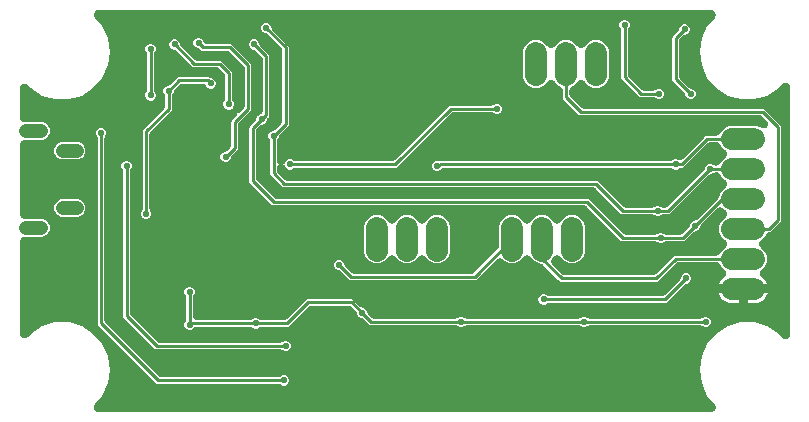
<source format=gbr>
G04 EAGLE Gerber RS-274X export*
G75*
%MOMM*%
%FSLAX34Y34*%
%LPD*%
%INBottom Copper*%
%IPPOS*%
%AMOC8*
5,1,8,0,0,1.08239X$1,22.5*%
G01*
%ADD10C,1.158000*%
%ADD11C,1.208000*%
%ADD12C,1.879600*%
%ADD13C,0.558800*%
%ADD14C,0.254000*%

G36*
X590349Y5083D02*
X590349Y5083D01*
X590374Y5081D01*
X590624Y5102D01*
X590875Y5121D01*
X590899Y5126D01*
X590923Y5128D01*
X591167Y5185D01*
X591413Y5240D01*
X591437Y5248D01*
X591460Y5254D01*
X591694Y5346D01*
X591929Y5435D01*
X591951Y5447D01*
X591974Y5456D01*
X592192Y5581D01*
X592411Y5703D01*
X592431Y5718D01*
X592452Y5730D01*
X592650Y5885D01*
X592850Y6038D01*
X592867Y6056D01*
X592886Y6071D01*
X593060Y6253D01*
X593235Y6433D01*
X593250Y6453D01*
X593267Y6471D01*
X593413Y6677D01*
X593560Y6879D01*
X593571Y6901D01*
X593585Y6921D01*
X593700Y7146D01*
X593816Y7367D01*
X593824Y7391D01*
X593836Y7413D01*
X593916Y7651D01*
X594000Y7888D01*
X594004Y7912D01*
X594012Y7935D01*
X594057Y8183D01*
X594106Y8429D01*
X594107Y8454D01*
X594111Y8478D01*
X594120Y8729D01*
X594133Y8980D01*
X594130Y9005D01*
X594131Y9029D01*
X594104Y9278D01*
X594080Y9529D01*
X594074Y9553D01*
X594071Y9578D01*
X594008Y9821D01*
X593948Y10065D01*
X593939Y10088D01*
X593933Y10112D01*
X593835Y10343D01*
X593740Y10576D01*
X593728Y10597D01*
X593718Y10620D01*
X593588Y10835D01*
X593461Y11052D01*
X593446Y11071D01*
X593433Y11092D01*
X593203Y11385D01*
X586874Y18689D01*
X582073Y29201D01*
X580428Y40640D01*
X582073Y52079D01*
X586874Y62591D01*
X594442Y71325D01*
X604163Y77572D01*
X615252Y80828D01*
X626808Y80828D01*
X637897Y77572D01*
X647618Y71325D01*
X650411Y68102D01*
X650426Y68087D01*
X650438Y68071D01*
X650621Y67892D01*
X650802Y67712D01*
X650818Y67699D01*
X650833Y67685D01*
X651038Y67536D01*
X651244Y67383D01*
X651263Y67373D01*
X651279Y67361D01*
X651504Y67243D01*
X651730Y67121D01*
X651749Y67114D01*
X651767Y67104D01*
X652008Y67020D01*
X652248Y66932D01*
X652268Y66928D01*
X652288Y66921D01*
X652537Y66872D01*
X652788Y66820D01*
X652809Y66819D01*
X652829Y66815D01*
X653083Y66802D01*
X653339Y66787D01*
X653360Y66789D01*
X653380Y66788D01*
X653633Y66812D01*
X653889Y66834D01*
X653909Y66839D01*
X653929Y66841D01*
X654176Y66901D01*
X654426Y66960D01*
X654445Y66968D01*
X654465Y66973D01*
X654701Y67069D01*
X654939Y67162D01*
X654957Y67172D01*
X654976Y67180D01*
X655196Y67309D01*
X655418Y67436D01*
X655434Y67449D01*
X655452Y67460D01*
X655651Y67619D01*
X655852Y67777D01*
X655866Y67792D01*
X655882Y67805D01*
X656057Y67993D01*
X656232Y68177D01*
X656244Y68193D01*
X656258Y68208D01*
X656404Y68419D01*
X656551Y68627D01*
X656560Y68645D01*
X656572Y68662D01*
X656685Y68890D01*
X656801Y69119D01*
X656808Y69138D01*
X656817Y69156D01*
X656896Y69399D01*
X656978Y69641D01*
X656981Y69661D01*
X656988Y69681D01*
X657031Y69933D01*
X657077Y70184D01*
X657078Y70204D01*
X657081Y70225D01*
X657099Y70596D01*
X657099Y279924D01*
X657098Y279944D01*
X657099Y279965D01*
X657078Y280219D01*
X657059Y280474D01*
X657055Y280494D01*
X657053Y280515D01*
X656996Y280762D01*
X656940Y281013D01*
X656933Y281032D01*
X656928Y281052D01*
X656835Y281290D01*
X656745Y281529D01*
X656735Y281547D01*
X656727Y281566D01*
X656601Y281788D01*
X656477Y282011D01*
X656464Y282027D01*
X656454Y282045D01*
X656298Y282245D01*
X656142Y282449D01*
X656127Y282464D01*
X656115Y282480D01*
X655929Y282657D01*
X655747Y282835D01*
X655731Y282847D01*
X655716Y282861D01*
X655507Y283010D01*
X655301Y283159D01*
X655283Y283169D01*
X655266Y283181D01*
X655038Y283297D01*
X654813Y283416D01*
X654793Y283423D01*
X654775Y283432D01*
X654533Y283514D01*
X654292Y283599D01*
X654272Y283603D01*
X654253Y283610D01*
X654001Y283656D01*
X653751Y283705D01*
X653730Y283706D01*
X653710Y283710D01*
X653454Y283720D01*
X653200Y283732D01*
X653179Y283730D01*
X653159Y283731D01*
X652905Y283704D01*
X652651Y283679D01*
X652631Y283674D01*
X652610Y283672D01*
X652363Y283608D01*
X652115Y283547D01*
X652096Y283540D01*
X652076Y283535D01*
X651841Y283436D01*
X651604Y283340D01*
X651586Y283329D01*
X651567Y283321D01*
X651349Y283190D01*
X651128Y283060D01*
X651112Y283048D01*
X651095Y283037D01*
X650898Y282876D01*
X650698Y282715D01*
X650684Y282700D01*
X650668Y282687D01*
X650411Y282419D01*
X647618Y279195D01*
X637897Y272948D01*
X626808Y269692D01*
X615252Y269692D01*
X604163Y272948D01*
X594442Y279195D01*
X586874Y287929D01*
X582073Y298441D01*
X580428Y309880D01*
X582073Y321319D01*
X586874Y331831D01*
X593117Y339035D01*
X593132Y339055D01*
X593149Y339073D01*
X593295Y339275D01*
X593447Y339477D01*
X593459Y339499D01*
X593473Y339519D01*
X593589Y339741D01*
X593710Y339963D01*
X593718Y339986D01*
X593730Y340007D01*
X593813Y340245D01*
X593900Y340480D01*
X593905Y340504D01*
X593913Y340528D01*
X593961Y340774D01*
X594013Y341020D01*
X594014Y341045D01*
X594019Y341069D01*
X594031Y341320D01*
X594047Y341571D01*
X594045Y341596D01*
X594046Y341620D01*
X594022Y341870D01*
X594001Y342121D01*
X593995Y342145D01*
X593993Y342169D01*
X593933Y342413D01*
X593876Y342658D01*
X593867Y342681D01*
X593861Y342705D01*
X593767Y342938D01*
X593675Y343172D01*
X593663Y343193D01*
X593654Y343216D01*
X593526Y343433D01*
X593402Y343651D01*
X593387Y343671D01*
X593374Y343692D01*
X593217Y343888D01*
X593062Y344086D01*
X593045Y344103D01*
X593029Y344122D01*
X592844Y344295D01*
X592664Y344467D01*
X592644Y344481D01*
X592625Y344498D01*
X592418Y344642D01*
X592214Y344787D01*
X592192Y344798D01*
X592172Y344812D01*
X591946Y344924D01*
X591723Y345038D01*
X591699Y345046D01*
X591677Y345057D01*
X591438Y345135D01*
X591200Y345216D01*
X591176Y345220D01*
X591153Y345228D01*
X590904Y345270D01*
X590658Y345316D01*
X590634Y345317D01*
X590609Y345321D01*
X590238Y345339D01*
X71432Y345339D01*
X71408Y345337D01*
X71383Y345339D01*
X71133Y345318D01*
X70882Y345299D01*
X70858Y345294D01*
X70833Y345292D01*
X70590Y345235D01*
X70343Y345180D01*
X70320Y345172D01*
X70296Y345166D01*
X70063Y345074D01*
X69827Y344985D01*
X69806Y344973D01*
X69783Y344964D01*
X69565Y344839D01*
X69345Y344717D01*
X69326Y344702D01*
X69304Y344690D01*
X69107Y344535D01*
X68907Y344382D01*
X68890Y344364D01*
X68870Y344349D01*
X68697Y344167D01*
X68521Y343987D01*
X68507Y343967D01*
X68490Y343949D01*
X68344Y343743D01*
X68197Y343541D01*
X68186Y343519D01*
X68171Y343499D01*
X68057Y343274D01*
X67940Y343053D01*
X67932Y343029D01*
X67921Y343007D01*
X67841Y342769D01*
X67757Y342532D01*
X67752Y342508D01*
X67745Y342485D01*
X67699Y342237D01*
X67651Y341991D01*
X67650Y341966D01*
X67645Y341942D01*
X67636Y341691D01*
X67624Y341440D01*
X67626Y341415D01*
X67625Y341391D01*
X67653Y341141D01*
X67677Y340891D01*
X67683Y340867D01*
X67686Y340842D01*
X67749Y340599D01*
X67809Y340355D01*
X67818Y340332D01*
X67824Y340308D01*
X67921Y340077D01*
X68016Y339844D01*
X68029Y339823D01*
X68038Y339800D01*
X68169Y339585D01*
X68296Y339368D01*
X68311Y339349D01*
X68324Y339328D01*
X68553Y339035D01*
X74796Y331831D01*
X79597Y321319D01*
X81242Y309880D01*
X79597Y298441D01*
X74796Y287929D01*
X67228Y279195D01*
X57507Y272948D01*
X46418Y269692D01*
X34862Y269692D01*
X23773Y272948D01*
X14052Y279195D01*
X11769Y281830D01*
X11754Y281844D01*
X11742Y281861D01*
X11560Y282038D01*
X11378Y282220D01*
X11362Y282232D01*
X11347Y282246D01*
X11141Y282396D01*
X10936Y282549D01*
X10918Y282559D01*
X10901Y282571D01*
X10676Y282689D01*
X10450Y282811D01*
X10431Y282818D01*
X10413Y282827D01*
X10172Y282912D01*
X9932Y282999D01*
X9912Y283004D01*
X9892Y283010D01*
X9643Y283059D01*
X9392Y283112D01*
X9371Y283113D01*
X9351Y283117D01*
X9097Y283129D01*
X8841Y283144D01*
X8820Y283143D01*
X8800Y283144D01*
X8547Y283119D01*
X8291Y283097D01*
X8271Y283093D01*
X8251Y283091D01*
X8004Y283030D01*
X7754Y282971D01*
X7735Y282964D01*
X7715Y282959D01*
X7478Y282863D01*
X7241Y282769D01*
X7223Y282759D01*
X7204Y282751D01*
X6983Y282621D01*
X6762Y282495D01*
X6746Y282482D01*
X6728Y282472D01*
X6528Y282311D01*
X6328Y282154D01*
X6314Y282140D01*
X6298Y282127D01*
X6122Y281938D01*
X5948Y281755D01*
X5936Y281738D01*
X5922Y281723D01*
X5776Y281512D01*
X5629Y281304D01*
X5620Y281286D01*
X5608Y281269D01*
X5495Y281040D01*
X5379Y280813D01*
X5372Y280793D01*
X5363Y280775D01*
X5284Y280533D01*
X5202Y280290D01*
X5199Y280270D01*
X5192Y280250D01*
X5149Y279998D01*
X5103Y279748D01*
X5102Y279727D01*
X5099Y279707D01*
X5081Y279335D01*
X5081Y254304D01*
X5084Y254259D01*
X5082Y254214D01*
X5104Y253984D01*
X5121Y253754D01*
X5130Y253710D01*
X5135Y253665D01*
X5190Y253441D01*
X5240Y253215D01*
X5256Y253173D01*
X5266Y253129D01*
X5353Y252915D01*
X5435Y252699D01*
X5457Y252660D01*
X5474Y252618D01*
X5591Y252419D01*
X5703Y252217D01*
X5731Y252181D01*
X5754Y252142D01*
X5898Y251962D01*
X6038Y251779D01*
X6070Y251747D01*
X6099Y251712D01*
X6269Y251554D01*
X6433Y251393D01*
X6469Y251367D01*
X6502Y251336D01*
X6693Y251204D01*
X6879Y251069D01*
X6919Y251048D01*
X6956Y251022D01*
X7164Y250919D01*
X7367Y250812D01*
X7410Y250797D01*
X7450Y250777D01*
X7670Y250706D01*
X7888Y250629D01*
X7932Y250620D01*
X7975Y250606D01*
X8203Y250567D01*
X8429Y250523D01*
X8474Y250521D01*
X8519Y250513D01*
X8890Y250495D01*
X24055Y250495D01*
X26835Y249343D01*
X28963Y247215D01*
X30115Y244435D01*
X30115Y241425D01*
X28963Y238645D01*
X26835Y236517D01*
X24055Y235365D01*
X8890Y235365D01*
X8845Y235362D01*
X8800Y235364D01*
X8570Y235342D01*
X8340Y235325D01*
X8296Y235316D01*
X8251Y235311D01*
X8027Y235256D01*
X7801Y235206D01*
X7759Y235190D01*
X7715Y235180D01*
X7501Y235093D01*
X7285Y235011D01*
X7246Y234989D01*
X7204Y234972D01*
X7005Y234855D01*
X6803Y234743D01*
X6767Y234715D01*
X6728Y234692D01*
X6548Y234548D01*
X6365Y234408D01*
X6333Y234376D01*
X6298Y234347D01*
X6140Y234177D01*
X5979Y234013D01*
X5953Y233977D01*
X5922Y233944D01*
X5790Y233753D01*
X5655Y233567D01*
X5634Y233527D01*
X5608Y233490D01*
X5505Y233282D01*
X5398Y233079D01*
X5383Y233036D01*
X5363Y232996D01*
X5292Y232776D01*
X5215Y232558D01*
X5206Y232514D01*
X5192Y232471D01*
X5153Y232243D01*
X5109Y232017D01*
X5107Y231972D01*
X5099Y231927D01*
X5081Y231556D01*
X5081Y172304D01*
X5084Y172259D01*
X5082Y172214D01*
X5104Y171984D01*
X5121Y171754D01*
X5130Y171710D01*
X5135Y171665D01*
X5190Y171441D01*
X5240Y171215D01*
X5256Y171173D01*
X5266Y171129D01*
X5353Y170915D01*
X5435Y170699D01*
X5457Y170660D01*
X5474Y170618D01*
X5591Y170419D01*
X5703Y170217D01*
X5731Y170181D01*
X5754Y170142D01*
X5898Y169962D01*
X6038Y169779D01*
X6070Y169747D01*
X6099Y169712D01*
X6269Y169554D01*
X6433Y169393D01*
X6469Y169367D01*
X6502Y169336D01*
X6693Y169204D01*
X6879Y169069D01*
X6919Y169048D01*
X6956Y169022D01*
X7164Y168919D01*
X7367Y168812D01*
X7410Y168797D01*
X7450Y168777D01*
X7670Y168706D01*
X7888Y168629D01*
X7932Y168620D01*
X7975Y168606D01*
X8203Y168567D01*
X8429Y168523D01*
X8474Y168521D01*
X8519Y168513D01*
X8890Y168495D01*
X24055Y168495D01*
X26835Y167343D01*
X28963Y165215D01*
X30115Y162435D01*
X30115Y159425D01*
X28963Y156645D01*
X26835Y154517D01*
X24055Y153365D01*
X8890Y153365D01*
X8845Y153362D01*
X8800Y153364D01*
X8570Y153342D01*
X8340Y153325D01*
X8296Y153316D01*
X8251Y153311D01*
X8027Y153256D01*
X7801Y153206D01*
X7759Y153190D01*
X7715Y153180D01*
X7501Y153093D01*
X7285Y153011D01*
X7246Y152989D01*
X7204Y152972D01*
X7005Y152855D01*
X6803Y152743D01*
X6767Y152715D01*
X6728Y152692D01*
X6548Y152548D01*
X6365Y152408D01*
X6333Y152376D01*
X6298Y152347D01*
X6140Y152177D01*
X5979Y152013D01*
X5953Y151977D01*
X5922Y151944D01*
X5790Y151753D01*
X5655Y151567D01*
X5634Y151527D01*
X5608Y151490D01*
X5505Y151282D01*
X5398Y151079D01*
X5383Y151036D01*
X5363Y150996D01*
X5292Y150776D01*
X5215Y150558D01*
X5206Y150514D01*
X5192Y150471D01*
X5153Y150243D01*
X5109Y150017D01*
X5107Y149972D01*
X5099Y149927D01*
X5081Y149556D01*
X5081Y71185D01*
X5082Y71164D01*
X5081Y71144D01*
X5102Y70890D01*
X5121Y70634D01*
X5125Y70614D01*
X5127Y70594D01*
X5184Y70346D01*
X5240Y70096D01*
X5247Y70076D01*
X5252Y70056D01*
X5345Y69818D01*
X5435Y69580D01*
X5445Y69562D01*
X5453Y69543D01*
X5579Y69321D01*
X5703Y69098D01*
X5716Y69081D01*
X5726Y69063D01*
X5882Y68863D01*
X6038Y68659D01*
X6053Y68645D01*
X6065Y68629D01*
X6251Y68452D01*
X6433Y68274D01*
X6449Y68262D01*
X6464Y68248D01*
X6673Y68099D01*
X6879Y67949D01*
X6897Y67940D01*
X6914Y67928D01*
X7142Y67812D01*
X7367Y67693D01*
X7387Y67686D01*
X7405Y67677D01*
X7647Y67594D01*
X7888Y67510D01*
X7908Y67506D01*
X7927Y67499D01*
X8179Y67452D01*
X8429Y67403D01*
X8450Y67402D01*
X8470Y67399D01*
X8726Y67389D01*
X8980Y67376D01*
X9001Y67378D01*
X9021Y67378D01*
X9275Y67405D01*
X9529Y67429D01*
X9549Y67434D01*
X9570Y67436D01*
X9817Y67500D01*
X10065Y67561D01*
X10084Y67569D01*
X10104Y67574D01*
X10339Y67673D01*
X10576Y67769D01*
X10594Y67779D01*
X10613Y67787D01*
X10832Y67919D01*
X11052Y68048D01*
X11068Y68061D01*
X11085Y68072D01*
X11283Y68233D01*
X11482Y68393D01*
X11496Y68408D01*
X11512Y68421D01*
X11769Y68690D01*
X14052Y71325D01*
X23773Y77572D01*
X34862Y80828D01*
X46418Y80828D01*
X57507Y77572D01*
X67228Y71325D01*
X74796Y62591D01*
X79597Y52079D01*
X81242Y40640D01*
X79597Y29201D01*
X74796Y18689D01*
X68467Y11385D01*
X68452Y11365D01*
X68435Y11347D01*
X68288Y11145D01*
X68137Y10943D01*
X68125Y10921D01*
X68110Y10901D01*
X67994Y10679D01*
X67874Y10457D01*
X67865Y10434D01*
X67854Y10413D01*
X67770Y10175D01*
X67684Y9940D01*
X67679Y9916D01*
X67670Y9892D01*
X67622Y9646D01*
X67571Y9400D01*
X67569Y9375D01*
X67564Y9351D01*
X67552Y9100D01*
X67536Y8849D01*
X67539Y8824D01*
X67537Y8800D01*
X67561Y8549D01*
X67582Y8299D01*
X67588Y8275D01*
X67590Y8251D01*
X67650Y8007D01*
X67707Y7762D01*
X67716Y7739D01*
X67722Y7715D01*
X67817Y7482D01*
X67908Y7248D01*
X67920Y7227D01*
X67930Y7204D01*
X68057Y6988D01*
X68181Y6769D01*
X68197Y6749D01*
X68209Y6728D01*
X68366Y6532D01*
X68521Y6334D01*
X68539Y6317D01*
X68554Y6298D01*
X68739Y6126D01*
X68920Y5953D01*
X68940Y5939D01*
X68958Y5922D01*
X69166Y5778D01*
X69369Y5633D01*
X69391Y5622D01*
X69412Y5608D01*
X69637Y5496D01*
X69861Y5382D01*
X69884Y5374D01*
X69906Y5363D01*
X70145Y5285D01*
X70383Y5204D01*
X70407Y5200D01*
X70431Y5192D01*
X70679Y5150D01*
X70925Y5104D01*
X70950Y5103D01*
X70974Y5099D01*
X71346Y5081D01*
X590324Y5081D01*
X590349Y5083D01*
G37*
%LPC*%
G36*
X617220Y113029D02*
X617220Y113029D01*
X596507Y113029D01*
X596758Y113803D01*
X597611Y115477D01*
X598716Y116998D01*
X600044Y118326D01*
X601431Y119334D01*
X601483Y119378D01*
X601540Y119416D01*
X601694Y119556D01*
X601853Y119690D01*
X601898Y119741D01*
X601949Y119787D01*
X602081Y119947D01*
X602219Y120102D01*
X602256Y120160D01*
X602300Y120212D01*
X602407Y120390D01*
X602521Y120564D01*
X602550Y120626D01*
X602585Y120684D01*
X602666Y120875D01*
X602754Y121064D01*
X602773Y121130D01*
X602800Y121193D01*
X602852Y121393D01*
X602912Y121593D01*
X602921Y121660D01*
X602939Y121726D01*
X602961Y121933D01*
X602991Y122139D01*
X602991Y122207D01*
X602999Y122275D01*
X602991Y122483D01*
X602992Y122690D01*
X602982Y122758D01*
X602979Y122826D01*
X602942Y123031D01*
X602912Y123236D01*
X602893Y123302D01*
X602880Y123369D01*
X602814Y123566D01*
X602754Y123765D01*
X602726Y123827D01*
X602704Y123892D01*
X602610Y124077D01*
X602522Y124265D01*
X602485Y124322D01*
X602454Y124383D01*
X602334Y124553D01*
X602220Y124727D01*
X602175Y124778D01*
X602135Y124834D01*
X601886Y125109D01*
X598562Y128433D01*
X598131Y129474D01*
X598075Y129586D01*
X598027Y129702D01*
X597951Y129832D01*
X597883Y129967D01*
X597812Y130069D01*
X597748Y130178D01*
X597654Y130296D01*
X597567Y130419D01*
X597482Y130510D01*
X597403Y130608D01*
X597292Y130711D01*
X597189Y130821D01*
X597091Y130898D01*
X596999Y130984D01*
X596875Y131070D01*
X596757Y131164D01*
X596649Y131226D01*
X596546Y131298D01*
X596410Y131365D01*
X596280Y131440D01*
X596164Y131487D01*
X596051Y131543D01*
X595908Y131590D01*
X595768Y131646D01*
X595646Y131675D01*
X595527Y131714D01*
X595378Y131739D01*
X595232Y131774D01*
X595107Y131786D01*
X594983Y131807D01*
X594748Y131819D01*
X594682Y131825D01*
X594655Y131823D01*
X594612Y131825D01*
X562805Y131825D01*
X562600Y131810D01*
X562395Y131803D01*
X562326Y131790D01*
X562255Y131785D01*
X562054Y131741D01*
X561852Y131704D01*
X561786Y131682D01*
X561717Y131666D01*
X561524Y131593D01*
X561330Y131528D01*
X561267Y131496D01*
X561201Y131471D01*
X561021Y131371D01*
X560838Y131278D01*
X560780Y131237D01*
X560719Y131203D01*
X560555Y131078D01*
X560387Y130959D01*
X560320Y130899D01*
X560280Y130868D01*
X560231Y130817D01*
X560112Y130710D01*
X545143Y115741D01*
X544116Y115315D01*
X462994Y115315D01*
X461967Y115741D01*
X460645Y117062D01*
X460645Y117063D01*
X448014Y129694D01*
X447859Y129828D01*
X447708Y129968D01*
X447650Y130008D01*
X447597Y130054D01*
X447423Y130165D01*
X447254Y130282D01*
X447191Y130313D01*
X447132Y130351D01*
X446944Y130436D01*
X446760Y130527D01*
X446693Y130549D01*
X446629Y130578D01*
X446431Y130634D01*
X446236Y130698D01*
X446166Y130710D01*
X446098Y130729D01*
X445895Y130756D01*
X445692Y130791D01*
X445602Y130796D01*
X445551Y130802D01*
X445481Y130801D01*
X445321Y130809D01*
X444867Y130809D01*
X440853Y132472D01*
X437757Y135568D01*
X437724Y135645D01*
X437664Y135744D01*
X437612Y135847D01*
X437520Y135979D01*
X437436Y136115D01*
X437362Y136204D01*
X437296Y136299D01*
X437186Y136416D01*
X437083Y136539D01*
X436997Y136617D01*
X436918Y136701D01*
X436792Y136800D01*
X436672Y136908D01*
X436576Y136972D01*
X436485Y137044D01*
X436347Y137124D01*
X436213Y137213D01*
X436108Y137262D01*
X436008Y137320D01*
X435859Y137380D01*
X435714Y137449D01*
X435603Y137483D01*
X435496Y137526D01*
X435340Y137563D01*
X435186Y137610D01*
X435072Y137627D01*
X434960Y137654D01*
X434800Y137669D01*
X434641Y137693D01*
X434525Y137694D01*
X434410Y137705D01*
X434250Y137696D01*
X434089Y137697D01*
X433975Y137681D01*
X433859Y137675D01*
X433702Y137643D01*
X433543Y137621D01*
X433432Y137589D01*
X433319Y137566D01*
X433168Y137512D01*
X433013Y137467D01*
X432908Y137419D01*
X432799Y137380D01*
X432658Y137304D01*
X432511Y137238D01*
X432414Y137175D01*
X432312Y137121D01*
X432183Y137026D01*
X432048Y136938D01*
X431961Y136862D01*
X431868Y136794D01*
X431753Y136681D01*
X431632Y136575D01*
X431557Y136488D01*
X431475Y136407D01*
X431378Y136278D01*
X431274Y136156D01*
X431212Y136059D01*
X431142Y135966D01*
X431065Y135826D01*
X430979Y135690D01*
X430921Y135566D01*
X427827Y132472D01*
X423813Y130809D01*
X419467Y130809D01*
X415453Y132472D01*
X413887Y134038D01*
X413853Y134067D01*
X413823Y134101D01*
X413644Y134248D01*
X413470Y134399D01*
X413432Y134423D01*
X413397Y134452D01*
X413199Y134571D01*
X413005Y134695D01*
X412964Y134714D01*
X412925Y134737D01*
X412713Y134827D01*
X412502Y134922D01*
X412458Y134934D01*
X412417Y134952D01*
X412194Y135010D01*
X411971Y135073D01*
X411926Y135079D01*
X411883Y135091D01*
X411653Y135116D01*
X411424Y135146D01*
X411379Y135146D01*
X411334Y135151D01*
X411104Y135143D01*
X410873Y135140D01*
X410828Y135133D01*
X410783Y135131D01*
X410556Y135090D01*
X410328Y135054D01*
X410285Y135040D01*
X410240Y135032D01*
X410022Y134959D01*
X409801Y134890D01*
X409760Y134870D01*
X409718Y134856D01*
X409512Y134751D01*
X409304Y134652D01*
X409266Y134626D01*
X409226Y134606D01*
X409037Y134473D01*
X408846Y134344D01*
X408812Y134314D01*
X408775Y134287D01*
X408500Y134038D01*
X391473Y117011D01*
X390446Y116585D01*
X284764Y116585D01*
X283737Y117011D01*
X276642Y124106D01*
X276487Y124239D01*
X276336Y124380D01*
X276278Y124420D01*
X276225Y124466D01*
X276052Y124577D01*
X275882Y124694D01*
X275819Y124725D01*
X275760Y124763D01*
X275572Y124847D01*
X275388Y124939D01*
X275321Y124961D01*
X275257Y124990D01*
X275059Y125046D01*
X274864Y125110D01*
X274794Y125122D01*
X274726Y125141D01*
X274523Y125168D01*
X274362Y125196D01*
X272714Y125879D01*
X271499Y127094D01*
X270841Y128681D01*
X270841Y130399D01*
X271499Y131986D01*
X272714Y133201D01*
X274301Y133859D01*
X276019Y133859D01*
X277606Y133201D01*
X278821Y131986D01*
X279501Y130346D01*
X279501Y130341D01*
X279514Y130272D01*
X279519Y130201D01*
X279563Y130000D01*
X279600Y129798D01*
X279622Y129732D01*
X279638Y129663D01*
X279711Y129470D01*
X279776Y129276D01*
X279808Y129213D01*
X279833Y129147D01*
X279933Y128967D01*
X280026Y128784D01*
X280067Y128726D01*
X280101Y128665D01*
X280226Y128501D01*
X280345Y128333D01*
X280405Y128266D01*
X280436Y128226D01*
X280487Y128177D01*
X280594Y128058D01*
X285362Y123290D01*
X285517Y123157D01*
X285668Y123016D01*
X285726Y122976D01*
X285779Y122930D01*
X285952Y122819D01*
X286122Y122702D01*
X286185Y122671D01*
X286244Y122633D01*
X286432Y122549D01*
X286616Y122457D01*
X286683Y122435D01*
X286747Y122406D01*
X286945Y122350D01*
X287140Y122286D01*
X287210Y122274D01*
X287278Y122255D01*
X287481Y122228D01*
X287684Y122193D01*
X287774Y122188D01*
X287825Y122182D01*
X287895Y122183D01*
X288055Y122175D01*
X387155Y122175D01*
X387360Y122190D01*
X387565Y122197D01*
X387634Y122210D01*
X387705Y122215D01*
X387906Y122259D01*
X388108Y122296D01*
X388174Y122318D01*
X388243Y122334D01*
X388436Y122407D01*
X388630Y122472D01*
X388693Y122504D01*
X388759Y122529D01*
X388939Y122629D01*
X389122Y122722D01*
X389180Y122763D01*
X389241Y122797D01*
X389405Y122922D01*
X389573Y123041D01*
X389640Y123101D01*
X389680Y123132D01*
X389729Y123183D01*
X389848Y123290D01*
X409602Y143044D01*
X409736Y143199D01*
X409876Y143350D01*
X409916Y143408D01*
X409962Y143461D01*
X410073Y143634D01*
X410190Y143804D01*
X410221Y143867D01*
X410259Y143926D01*
X410343Y144114D01*
X410435Y144298D01*
X410457Y144365D01*
X410486Y144429D01*
X410542Y144627D01*
X410606Y144822D01*
X410618Y144892D01*
X410637Y144960D01*
X410664Y145163D01*
X410699Y145366D01*
X410704Y145456D01*
X410710Y145507D01*
X410709Y145577D01*
X410717Y145737D01*
X410717Y162701D01*
X412380Y166715D01*
X415453Y169788D01*
X419467Y171451D01*
X423813Y171451D01*
X427827Y169788D01*
X430923Y166692D01*
X430956Y166615D01*
X431016Y166517D01*
X431068Y166413D01*
X431160Y166282D01*
X431244Y166145D01*
X431318Y166056D01*
X431384Y165961D01*
X431494Y165844D01*
X431597Y165721D01*
X431683Y165643D01*
X431762Y165559D01*
X431888Y165460D01*
X432008Y165352D01*
X432104Y165288D01*
X432194Y165217D01*
X432333Y165136D01*
X432467Y165047D01*
X432572Y164998D01*
X432672Y164940D01*
X432820Y164880D01*
X432966Y164811D01*
X433076Y164777D01*
X433184Y164735D01*
X433340Y164697D01*
X433493Y164650D01*
X433608Y164633D01*
X433720Y164606D01*
X433880Y164591D01*
X434039Y164567D01*
X434154Y164566D01*
X434269Y164555D01*
X434430Y164564D01*
X434590Y164563D01*
X434705Y164579D01*
X434820Y164585D01*
X434978Y164617D01*
X435137Y164639D01*
X435248Y164671D01*
X435361Y164694D01*
X435512Y164748D01*
X435667Y164793D01*
X435772Y164841D01*
X435880Y164880D01*
X436022Y164955D01*
X436168Y165022D01*
X436266Y165085D01*
X436368Y165139D01*
X436497Y165234D01*
X436632Y165321D01*
X436719Y165397D01*
X436812Y165466D01*
X436926Y165579D01*
X437047Y165684D01*
X437122Y165772D01*
X437205Y165853D01*
X437302Y165982D01*
X437406Y166104D01*
X437468Y166201D01*
X437537Y166293D01*
X437615Y166434D01*
X437700Y166570D01*
X437759Y166694D01*
X440853Y169788D01*
X444867Y171451D01*
X449213Y171451D01*
X453227Y169788D01*
X456323Y166692D01*
X456356Y166615D01*
X456416Y166517D01*
X456468Y166413D01*
X456560Y166282D01*
X456644Y166145D01*
X456718Y166056D01*
X456784Y165961D01*
X456894Y165844D01*
X456997Y165721D01*
X457083Y165643D01*
X457162Y165559D01*
X457288Y165460D01*
X457408Y165352D01*
X457504Y165288D01*
X457594Y165217D01*
X457733Y165136D01*
X457867Y165047D01*
X457972Y164998D01*
X458072Y164940D01*
X458220Y164880D01*
X458366Y164811D01*
X458476Y164777D01*
X458584Y164735D01*
X458740Y164697D01*
X458893Y164650D01*
X459008Y164633D01*
X459120Y164606D01*
X459280Y164591D01*
X459439Y164567D01*
X459554Y164566D01*
X459669Y164555D01*
X459830Y164564D01*
X459990Y164563D01*
X460105Y164579D01*
X460220Y164585D01*
X460378Y164617D01*
X460537Y164639D01*
X460648Y164671D01*
X460761Y164694D01*
X460912Y164748D01*
X461067Y164793D01*
X461172Y164841D01*
X461280Y164880D01*
X461422Y164955D01*
X461568Y165022D01*
X461666Y165085D01*
X461768Y165139D01*
X461897Y165234D01*
X462032Y165321D01*
X462119Y165397D01*
X462212Y165466D01*
X462326Y165579D01*
X462447Y165684D01*
X462522Y165772D01*
X462605Y165853D01*
X462702Y165982D01*
X462806Y166104D01*
X462868Y166201D01*
X462937Y166293D01*
X463015Y166434D01*
X463100Y166570D01*
X463159Y166694D01*
X466253Y169788D01*
X470267Y171451D01*
X474613Y171451D01*
X478627Y169788D01*
X481700Y166715D01*
X483363Y162701D01*
X483363Y139559D01*
X481700Y135545D01*
X478627Y132472D01*
X474613Y130809D01*
X470267Y130809D01*
X466253Y132472D01*
X463157Y135568D01*
X463124Y135645D01*
X463064Y135744D01*
X463012Y135847D01*
X462920Y135979D01*
X462836Y136115D01*
X462762Y136204D01*
X462696Y136299D01*
X462586Y136416D01*
X462483Y136539D01*
X462397Y136617D01*
X462318Y136701D01*
X462192Y136800D01*
X462072Y136908D01*
X461976Y136972D01*
X461885Y137044D01*
X461747Y137124D01*
X461613Y137213D01*
X461508Y137262D01*
X461408Y137320D01*
X461259Y137380D01*
X461114Y137449D01*
X461003Y137483D01*
X460896Y137526D01*
X460740Y137563D01*
X460586Y137610D01*
X460472Y137627D01*
X460360Y137654D01*
X460200Y137669D01*
X460041Y137693D01*
X459925Y137694D01*
X459810Y137705D01*
X459650Y137696D01*
X459489Y137697D01*
X459375Y137681D01*
X459259Y137675D01*
X459102Y137643D01*
X458943Y137621D01*
X458832Y137589D01*
X458719Y137566D01*
X458568Y137512D01*
X458413Y137467D01*
X458308Y137419D01*
X458199Y137380D01*
X458058Y137304D01*
X457911Y137238D01*
X457814Y137175D01*
X457712Y137121D01*
X457583Y137026D01*
X457448Y136938D01*
X457361Y136862D01*
X457268Y136794D01*
X457153Y136681D01*
X457032Y136575D01*
X456957Y136488D01*
X456875Y136407D01*
X456778Y136278D01*
X456674Y136156D01*
X456612Y136059D01*
X456542Y135966D01*
X456465Y135826D01*
X456379Y135690D01*
X456321Y135566D01*
X455877Y135122D01*
X455848Y135088D01*
X455814Y135058D01*
X455667Y134879D01*
X455516Y134705D01*
X455492Y134667D01*
X455463Y134632D01*
X455344Y134435D01*
X455220Y134240D01*
X455201Y134199D01*
X455178Y134160D01*
X455088Y133948D01*
X454993Y133737D01*
X454981Y133693D01*
X454963Y133652D01*
X454905Y133429D01*
X454842Y133206D01*
X454836Y133161D01*
X454824Y133118D01*
X454799Y132888D01*
X454769Y132659D01*
X454769Y132614D01*
X454764Y132569D01*
X454772Y132339D01*
X454775Y132108D01*
X454782Y132063D01*
X454784Y132018D01*
X454825Y131791D01*
X454861Y131563D01*
X454875Y131520D01*
X454883Y131475D01*
X454956Y131257D01*
X455025Y131036D01*
X455045Y130995D01*
X455059Y130953D01*
X455163Y130748D01*
X455263Y130539D01*
X455289Y130501D01*
X455309Y130461D01*
X455442Y130273D01*
X455571Y130081D01*
X455602Y130047D01*
X455628Y130010D01*
X455877Y129735D01*
X463592Y122020D01*
X463747Y121886D01*
X463898Y121746D01*
X463956Y121706D01*
X464009Y121660D01*
X464182Y121549D01*
X464352Y121432D01*
X464415Y121401D01*
X464474Y121363D01*
X464662Y121279D01*
X464846Y121187D01*
X464913Y121165D01*
X464977Y121136D01*
X465175Y121080D01*
X465370Y121016D01*
X465440Y121004D01*
X465508Y120985D01*
X465711Y120958D01*
X465914Y120923D01*
X466004Y120918D01*
X466055Y120912D01*
X466125Y120913D01*
X466285Y120905D01*
X540825Y120905D01*
X541030Y120920D01*
X541235Y120927D01*
X541304Y120940D01*
X541375Y120945D01*
X541576Y120989D01*
X541778Y121026D01*
X541844Y121048D01*
X541913Y121064D01*
X542106Y121137D01*
X542300Y121202D01*
X542363Y121234D01*
X542429Y121259D01*
X542609Y121359D01*
X542792Y121452D01*
X542850Y121493D01*
X542911Y121527D01*
X543075Y121652D01*
X543243Y121771D01*
X543310Y121831D01*
X543350Y121862D01*
X543399Y121913D01*
X543518Y122020D01*
X558487Y136989D01*
X559514Y137415D01*
X594612Y137415D01*
X594737Y137424D01*
X594862Y137423D01*
X595011Y137444D01*
X595162Y137455D01*
X595284Y137482D01*
X595409Y137499D01*
X595553Y137541D01*
X595701Y137574D01*
X595818Y137618D01*
X595938Y137653D01*
X596076Y137716D01*
X596216Y137769D01*
X596326Y137830D01*
X596440Y137882D01*
X596567Y137964D01*
X596699Y138037D01*
X596798Y138113D01*
X596904Y138181D01*
X597017Y138281D01*
X597137Y138372D01*
X597225Y138462D01*
X597319Y138544D01*
X597417Y138659D01*
X597522Y138767D01*
X597596Y138868D01*
X597678Y138964D01*
X597758Y139091D01*
X597847Y139213D01*
X597905Y139324D01*
X597972Y139430D01*
X598073Y139643D01*
X598103Y139701D01*
X598112Y139727D01*
X598131Y139766D01*
X598562Y140807D01*
X601658Y143903D01*
X601735Y143936D01*
X601833Y143996D01*
X601937Y144048D01*
X602069Y144140D01*
X602206Y144224D01*
X602294Y144298D01*
X602389Y144364D01*
X602506Y144474D01*
X602629Y144577D01*
X602707Y144663D01*
X602791Y144742D01*
X602890Y144868D01*
X602998Y144988D01*
X603062Y145084D01*
X603134Y145174D01*
X603214Y145314D01*
X603303Y145447D01*
X603352Y145552D01*
X603410Y145652D01*
X603470Y145801D01*
X603539Y145946D01*
X603573Y146057D01*
X603616Y146164D01*
X603653Y146320D01*
X603700Y146474D01*
X603718Y146588D01*
X603744Y146700D01*
X603759Y146860D01*
X603783Y147019D01*
X603784Y147135D01*
X603795Y147250D01*
X603786Y147410D01*
X603787Y147571D01*
X603771Y147685D01*
X603765Y147800D01*
X603733Y147958D01*
X603711Y148117D01*
X603679Y148228D01*
X603656Y148341D01*
X603602Y148493D01*
X603557Y148647D01*
X603509Y148752D01*
X603470Y148861D01*
X603394Y149002D01*
X603328Y149149D01*
X603265Y149246D01*
X603211Y149348D01*
X603116Y149477D01*
X603028Y149612D01*
X602952Y149699D01*
X602884Y149792D01*
X602771Y149906D01*
X602665Y150028D01*
X602578Y150103D01*
X602497Y150185D01*
X602368Y150282D01*
X602246Y150386D01*
X602149Y150448D01*
X602056Y150517D01*
X601915Y150595D01*
X601780Y150681D01*
X601656Y150739D01*
X598562Y153833D01*
X596899Y157847D01*
X596899Y162193D01*
X598562Y166207D01*
X601658Y169303D01*
X601735Y169336D01*
X601833Y169396D01*
X601937Y169448D01*
X602069Y169540D01*
X602206Y169624D01*
X602294Y169698D01*
X602389Y169764D01*
X602506Y169874D01*
X602629Y169977D01*
X602707Y170063D01*
X602791Y170142D01*
X602890Y170268D01*
X602998Y170388D01*
X603062Y170484D01*
X603134Y170574D01*
X603214Y170714D01*
X603303Y170847D01*
X603352Y170952D01*
X603410Y171052D01*
X603470Y171201D01*
X603539Y171346D01*
X603573Y171457D01*
X603616Y171564D01*
X603653Y171720D01*
X603700Y171874D01*
X603718Y171988D01*
X603744Y172100D01*
X603759Y172260D01*
X603783Y172419D01*
X603784Y172535D01*
X603795Y172650D01*
X603786Y172810D01*
X603787Y172971D01*
X603771Y173085D01*
X603765Y173200D01*
X603733Y173358D01*
X603711Y173517D01*
X603679Y173628D01*
X603656Y173741D01*
X603602Y173893D01*
X603557Y174047D01*
X603509Y174152D01*
X603470Y174261D01*
X603394Y174402D01*
X603328Y174549D01*
X603265Y174646D01*
X603211Y174748D01*
X603116Y174877D01*
X603028Y175012D01*
X602952Y175099D01*
X602884Y175192D01*
X602771Y175306D01*
X602665Y175428D01*
X602578Y175503D01*
X602497Y175585D01*
X602368Y175682D01*
X602246Y175786D01*
X602149Y175848D01*
X602056Y175917D01*
X601915Y175995D01*
X601780Y176081D01*
X601656Y176139D01*
X600577Y177218D01*
X600543Y177247D01*
X600513Y177281D01*
X600334Y177428D01*
X600160Y177579D01*
X600122Y177603D01*
X600087Y177632D01*
X599889Y177752D01*
X599695Y177875D01*
X599654Y177894D01*
X599615Y177917D01*
X599403Y178007D01*
X599192Y178102D01*
X599148Y178114D01*
X599107Y178132D01*
X598884Y178190D01*
X598661Y178253D01*
X598616Y178259D01*
X598573Y178271D01*
X598344Y178296D01*
X598115Y178326D01*
X598069Y178326D01*
X598024Y178331D01*
X597794Y178323D01*
X597563Y178320D01*
X597518Y178313D01*
X597473Y178311D01*
X597246Y178270D01*
X597018Y178234D01*
X596975Y178220D01*
X596930Y178212D01*
X596712Y178138D01*
X596491Y178070D01*
X596451Y178050D01*
X596408Y178036D01*
X596202Y177931D01*
X595994Y177832D01*
X595956Y177806D01*
X595916Y177786D01*
X595728Y177653D01*
X595536Y177524D01*
X595502Y177493D01*
X595465Y177467D01*
X595190Y177218D01*
X582014Y164042D01*
X581880Y163887D01*
X581740Y163736D01*
X581700Y163678D01*
X581654Y163625D01*
X581543Y163451D01*
X581426Y163282D01*
X581395Y163219D01*
X581357Y163160D01*
X581272Y162972D01*
X581181Y162788D01*
X581159Y162721D01*
X581130Y162657D01*
X581074Y162459D01*
X581010Y162264D01*
X580998Y162194D01*
X580979Y162126D01*
X580952Y161923D01*
X580924Y161762D01*
X580241Y160114D01*
X579026Y158899D01*
X577386Y158219D01*
X577381Y158219D01*
X577312Y158206D01*
X577241Y158201D01*
X577040Y158157D01*
X576838Y158120D01*
X576772Y158098D01*
X576703Y158082D01*
X576510Y158009D01*
X576316Y157944D01*
X576253Y157912D01*
X576187Y157887D01*
X576007Y157787D01*
X575824Y157694D01*
X575766Y157653D01*
X575704Y157619D01*
X575541Y157494D01*
X575373Y157375D01*
X575306Y157315D01*
X575266Y157284D01*
X575217Y157233D01*
X575098Y157126D01*
X569325Y151353D01*
X569325Y151352D01*
X568003Y150031D01*
X566976Y149605D01*
X552261Y149605D01*
X552056Y149590D01*
X551850Y149583D01*
X551781Y149570D01*
X551711Y149565D01*
X551509Y149521D01*
X551308Y149484D01*
X551241Y149462D01*
X551172Y149446D01*
X550980Y149373D01*
X550785Y149308D01*
X550722Y149276D01*
X550656Y149251D01*
X550476Y149151D01*
X550293Y149058D01*
X550235Y149017D01*
X550174Y148983D01*
X550011Y148858D01*
X549878Y148764D01*
X548229Y148081D01*
X546511Y148081D01*
X544871Y148761D01*
X544867Y148764D01*
X544809Y148804D01*
X544755Y148850D01*
X544582Y148961D01*
X544413Y149078D01*
X544350Y149109D01*
X544290Y149147D01*
X544103Y149231D01*
X543919Y149323D01*
X543852Y149345D01*
X543787Y149374D01*
X543590Y149430D01*
X543394Y149494D01*
X543325Y149506D01*
X543257Y149525D01*
X543053Y149552D01*
X542851Y149587D01*
X542760Y149592D01*
X542710Y149598D01*
X542640Y149597D01*
X542479Y149605D01*
X515064Y149605D01*
X514037Y150031D01*
X485098Y178970D01*
X484943Y179103D01*
X484792Y179244D01*
X484734Y179284D01*
X484681Y179330D01*
X484508Y179441D01*
X484338Y179558D01*
X484275Y179589D01*
X484216Y179627D01*
X484028Y179711D01*
X483844Y179803D01*
X483777Y179825D01*
X483713Y179854D01*
X483515Y179910D01*
X483320Y179974D01*
X483250Y179986D01*
X483182Y180005D01*
X482979Y180032D01*
X482776Y180067D01*
X482686Y180072D01*
X482635Y180078D01*
X482565Y180077D01*
X482405Y180085D01*
X219154Y180085D01*
X218127Y180511D01*
X216806Y181832D01*
X216805Y181833D01*
X199561Y199077D01*
X199135Y200104D01*
X199135Y245666D01*
X199561Y246693D01*
X204116Y251248D01*
X204249Y251403D01*
X204390Y251554D01*
X204430Y251612D01*
X204476Y251665D01*
X204587Y251838D01*
X204704Y252008D01*
X204735Y252071D01*
X204773Y252130D01*
X204858Y252318D01*
X204949Y252502D01*
X204971Y252569D01*
X205000Y252633D01*
X205056Y252831D01*
X205120Y253026D01*
X205132Y253096D01*
X205151Y253164D01*
X205178Y253367D01*
X205206Y253528D01*
X205815Y254999D01*
X205840Y255075D01*
X205873Y255148D01*
X205927Y255337D01*
X205965Y255450D01*
X205978Y255459D01*
X206050Y255495D01*
X206210Y255608D01*
X206374Y255714D01*
X206434Y255767D01*
X206500Y255814D01*
X206776Y256063D01*
X207104Y256391D01*
X208214Y256851D01*
X208326Y256907D01*
X208442Y256955D01*
X208572Y257031D01*
X208707Y257099D01*
X208810Y257170D01*
X208918Y257234D01*
X209035Y257328D01*
X209159Y257415D01*
X209250Y257500D01*
X209348Y257579D01*
X209451Y257690D01*
X209561Y257793D01*
X209638Y257891D01*
X209724Y257983D01*
X209810Y258107D01*
X209904Y258225D01*
X209966Y258333D01*
X210038Y258437D01*
X210105Y258572D01*
X210180Y258702D01*
X210227Y258818D01*
X210283Y258931D01*
X210330Y259074D01*
X210386Y259214D01*
X210415Y259336D01*
X210454Y259455D01*
X210479Y259604D01*
X210514Y259751D01*
X210526Y259875D01*
X210547Y259999D01*
X210559Y260234D01*
X210565Y260300D01*
X210563Y260327D01*
X210565Y260370D01*
X210565Y303335D01*
X210550Y303540D01*
X210543Y303745D01*
X210530Y303814D01*
X210525Y303885D01*
X210481Y304086D01*
X210444Y304288D01*
X210422Y304354D01*
X210406Y304423D01*
X210333Y304616D01*
X210268Y304810D01*
X210236Y304873D01*
X210211Y304939D01*
X210111Y305119D01*
X210018Y305302D01*
X209977Y305360D01*
X209943Y305421D01*
X209818Y305585D01*
X209699Y305753D01*
X209639Y305820D01*
X209608Y305860D01*
X209557Y305909D01*
X209450Y306028D01*
X204682Y310796D01*
X204527Y310929D01*
X204376Y311070D01*
X204318Y311110D01*
X204265Y311156D01*
X204092Y311267D01*
X203922Y311384D01*
X203859Y311415D01*
X203800Y311453D01*
X203612Y311537D01*
X203428Y311629D01*
X203361Y311651D01*
X203297Y311680D01*
X203099Y311736D01*
X202904Y311800D01*
X202834Y311812D01*
X202766Y311831D01*
X202563Y311858D01*
X202402Y311886D01*
X200754Y312569D01*
X199539Y313784D01*
X198881Y315371D01*
X198881Y317089D01*
X199539Y318676D01*
X200754Y319891D01*
X202341Y320549D01*
X204059Y320549D01*
X205646Y319891D01*
X206861Y318676D01*
X207541Y317036D01*
X207541Y317031D01*
X207554Y316962D01*
X207559Y316891D01*
X207572Y316831D01*
X207575Y316800D01*
X207606Y316673D01*
X207640Y316488D01*
X207662Y316422D01*
X207678Y316353D01*
X207699Y316297D01*
X207707Y316264D01*
X207758Y316137D01*
X207816Y315966D01*
X207848Y315903D01*
X207873Y315837D01*
X207900Y315788D01*
X207914Y315753D01*
X207988Y315629D01*
X208066Y315474D01*
X208107Y315416D01*
X208141Y315355D01*
X208173Y315313D01*
X208194Y315277D01*
X208289Y315159D01*
X208385Y315023D01*
X208445Y314956D01*
X208476Y314916D01*
X208510Y314883D01*
X208539Y314847D01*
X208575Y314814D01*
X208634Y314748D01*
X215729Y307653D01*
X216155Y306626D01*
X216155Y255984D01*
X215729Y254957D01*
X214984Y254212D01*
X214850Y254057D01*
X214710Y253906D01*
X214670Y253848D01*
X214624Y253795D01*
X214513Y253622D01*
X214396Y253452D01*
X214365Y253389D01*
X214327Y253330D01*
X214243Y253143D01*
X214151Y252958D01*
X214129Y252891D01*
X214100Y252827D01*
X214044Y252628D01*
X213980Y252434D01*
X213968Y252364D01*
X213949Y252296D01*
X213922Y252092D01*
X213894Y251932D01*
X213211Y250284D01*
X211996Y249069D01*
X210356Y248389D01*
X210351Y248389D01*
X210282Y248376D01*
X210211Y248371D01*
X210010Y248327D01*
X209808Y248290D01*
X209741Y248268D01*
X209673Y248252D01*
X209480Y248179D01*
X209285Y248114D01*
X209223Y248082D01*
X209157Y248057D01*
X208977Y247957D01*
X208794Y247864D01*
X208736Y247823D01*
X208674Y247789D01*
X208511Y247664D01*
X208343Y247545D01*
X208276Y247485D01*
X208236Y247454D01*
X208187Y247403D01*
X208068Y247296D01*
X205840Y245068D01*
X205706Y244913D01*
X205566Y244762D01*
X205526Y244704D01*
X205480Y244651D01*
X205369Y244478D01*
X205252Y244308D01*
X205221Y244245D01*
X205183Y244186D01*
X205099Y243999D01*
X205007Y243814D01*
X204985Y243747D01*
X204956Y243683D01*
X204900Y243485D01*
X204836Y243290D01*
X204824Y243220D01*
X204805Y243152D01*
X204778Y242949D01*
X204743Y242746D01*
X204738Y242656D01*
X204732Y242605D01*
X204733Y242535D01*
X204725Y242375D01*
X204725Y203395D01*
X204740Y203190D01*
X204747Y202985D01*
X204760Y202916D01*
X204765Y202845D01*
X204809Y202644D01*
X204846Y202442D01*
X204868Y202376D01*
X204884Y202307D01*
X204957Y202114D01*
X205022Y201920D01*
X205054Y201857D01*
X205079Y201791D01*
X205179Y201611D01*
X205272Y201428D01*
X205313Y201370D01*
X205347Y201309D01*
X205472Y201145D01*
X205591Y200977D01*
X205651Y200910D01*
X205682Y200870D01*
X205733Y200821D01*
X205840Y200702D01*
X219752Y186790D01*
X219907Y186657D01*
X220058Y186516D01*
X220116Y186476D01*
X220169Y186430D01*
X220342Y186319D01*
X220512Y186202D01*
X220575Y186171D01*
X220634Y186133D01*
X220822Y186049D01*
X221006Y185957D01*
X221073Y185935D01*
X221137Y185906D01*
X221335Y185850D01*
X221530Y185786D01*
X221600Y185774D01*
X221668Y185755D01*
X221871Y185728D01*
X222074Y185693D01*
X222164Y185688D01*
X222215Y185682D01*
X222285Y185683D01*
X222445Y185675D01*
X485696Y185675D01*
X486723Y185249D01*
X515662Y156310D01*
X515817Y156177D01*
X515968Y156036D01*
X516026Y155996D01*
X516079Y155950D01*
X516252Y155839D01*
X516422Y155722D01*
X516485Y155691D01*
X516544Y155653D01*
X516732Y155569D01*
X516916Y155477D01*
X516983Y155455D01*
X517047Y155426D01*
X517245Y155370D01*
X517440Y155306D01*
X517510Y155294D01*
X517578Y155275D01*
X517781Y155248D01*
X517984Y155213D01*
X518074Y155208D01*
X518125Y155202D01*
X518195Y155203D01*
X518355Y155195D01*
X542479Y155195D01*
X542684Y155210D01*
X542890Y155217D01*
X542959Y155230D01*
X543029Y155235D01*
X543231Y155279D01*
X543432Y155316D01*
X543499Y155338D01*
X543568Y155354D01*
X543760Y155427D01*
X543955Y155492D01*
X544018Y155524D01*
X544084Y155549D01*
X544264Y155649D01*
X544447Y155742D01*
X544505Y155783D01*
X544566Y155817D01*
X544729Y155942D01*
X544862Y156036D01*
X546511Y156719D01*
X548229Y156719D01*
X549869Y156039D01*
X549873Y156036D01*
X549931Y155996D01*
X549985Y155950D01*
X550158Y155839D01*
X550327Y155722D01*
X550390Y155691D01*
X550450Y155653D01*
X550637Y155569D01*
X550821Y155477D01*
X550888Y155455D01*
X550953Y155426D01*
X551150Y155370D01*
X551346Y155306D01*
X551415Y155294D01*
X551483Y155275D01*
X551687Y155248D01*
X551889Y155213D01*
X551980Y155208D01*
X552030Y155202D01*
X552100Y155203D01*
X552261Y155195D01*
X563685Y155195D01*
X563890Y155210D01*
X564095Y155217D01*
X564164Y155230D01*
X564235Y155235D01*
X564436Y155279D01*
X564638Y155316D01*
X564704Y155338D01*
X564773Y155354D01*
X564966Y155427D01*
X565160Y155492D01*
X565223Y155524D01*
X565289Y155549D01*
X565469Y155649D01*
X565652Y155742D01*
X565710Y155783D01*
X565771Y155817D01*
X565935Y155942D01*
X566103Y156061D01*
X566170Y156121D01*
X566210Y156152D01*
X566259Y156203D01*
X566378Y156310D01*
X571146Y161078D01*
X571280Y161233D01*
X571420Y161384D01*
X571460Y161442D01*
X571506Y161495D01*
X571617Y161668D01*
X571734Y161838D01*
X571765Y161901D01*
X571803Y161960D01*
X571888Y162148D01*
X571979Y162332D01*
X572001Y162399D01*
X572030Y162463D01*
X572086Y162661D01*
X572150Y162856D01*
X572162Y162926D01*
X572181Y162994D01*
X572208Y163197D01*
X572236Y163358D01*
X572919Y165006D01*
X574134Y166221D01*
X575774Y166901D01*
X575779Y166901D01*
X575848Y166914D01*
X575919Y166919D01*
X576120Y166963D01*
X576322Y167000D01*
X576388Y167022D01*
X576457Y167038D01*
X576650Y167111D01*
X576844Y167176D01*
X576908Y167208D01*
X576973Y167233D01*
X577153Y167333D01*
X577336Y167426D01*
X577394Y167467D01*
X577456Y167501D01*
X577619Y167626D01*
X577787Y167745D01*
X577854Y167805D01*
X577894Y167836D01*
X577943Y167887D01*
X578062Y167994D01*
X595825Y185758D01*
X595832Y185765D01*
X595839Y185772D01*
X596013Y185974D01*
X596186Y186175D01*
X596191Y186183D01*
X596198Y186191D01*
X596339Y186414D01*
X596483Y186640D01*
X596487Y186649D01*
X596492Y186657D01*
X596651Y186993D01*
X598562Y191607D01*
X601658Y194703D01*
X601735Y194736D01*
X601833Y194796D01*
X601937Y194848D01*
X602069Y194940D01*
X602206Y195024D01*
X602294Y195098D01*
X602389Y195164D01*
X602506Y195274D01*
X602629Y195377D01*
X602707Y195463D01*
X602791Y195542D01*
X602890Y195668D01*
X602998Y195788D01*
X603062Y195884D01*
X603134Y195974D01*
X603214Y196114D01*
X603303Y196247D01*
X603352Y196352D01*
X603410Y196452D01*
X603470Y196601D01*
X603539Y196746D01*
X603573Y196857D01*
X603616Y196964D01*
X603653Y197120D01*
X603700Y197274D01*
X603718Y197388D01*
X603744Y197500D01*
X603759Y197660D01*
X603783Y197819D01*
X603784Y197935D01*
X603795Y198050D01*
X603786Y198210D01*
X603787Y198371D01*
X603771Y198485D01*
X603765Y198600D01*
X603733Y198758D01*
X603711Y198917D01*
X603679Y199028D01*
X603656Y199141D01*
X603602Y199293D01*
X603557Y199447D01*
X603509Y199552D01*
X603470Y199661D01*
X603394Y199802D01*
X603328Y199949D01*
X603265Y200046D01*
X603211Y200148D01*
X603116Y200277D01*
X603028Y200412D01*
X602952Y200499D01*
X602884Y200592D01*
X602771Y200706D01*
X602665Y200828D01*
X602578Y200903D01*
X602497Y200985D01*
X602368Y201082D01*
X602246Y201186D01*
X602149Y201248D01*
X602056Y201317D01*
X601915Y201395D01*
X601780Y201481D01*
X601656Y201539D01*
X598562Y204633D01*
X598131Y205674D01*
X598075Y205786D01*
X598027Y205902D01*
X597951Y206032D01*
X597883Y206167D01*
X597812Y206269D01*
X597748Y206378D01*
X597654Y206496D01*
X597567Y206619D01*
X597482Y206710D01*
X597403Y206808D01*
X597292Y206911D01*
X597189Y207021D01*
X597091Y207098D01*
X596999Y207184D01*
X596875Y207270D01*
X596757Y207364D01*
X596649Y207426D01*
X596546Y207498D01*
X596410Y207565D01*
X596280Y207640D01*
X596164Y207687D01*
X596051Y207743D01*
X595908Y207790D01*
X595768Y207846D01*
X595646Y207875D01*
X595527Y207914D01*
X595378Y207939D01*
X595232Y207974D01*
X595107Y207986D01*
X594983Y208007D01*
X594748Y208019D01*
X594682Y208025D01*
X594655Y208023D01*
X594612Y208025D01*
X594171Y208025D01*
X593966Y208010D01*
X593760Y208003D01*
X593691Y207990D01*
X593620Y207985D01*
X593419Y207941D01*
X593217Y207904D01*
X593151Y207882D01*
X593082Y207866D01*
X592889Y207793D01*
X592695Y207728D01*
X592632Y207696D01*
X592566Y207671D01*
X592386Y207571D01*
X592203Y207478D01*
X592145Y207437D01*
X592084Y207403D01*
X591920Y207278D01*
X591788Y207184D01*
X590086Y206479D01*
X590081Y206479D01*
X590012Y206466D01*
X589941Y206461D01*
X589740Y206417D01*
X589538Y206380D01*
X589472Y206358D01*
X589403Y206342D01*
X589210Y206269D01*
X589016Y206204D01*
X588953Y206172D01*
X588887Y206147D01*
X588707Y206047D01*
X588524Y205954D01*
X588466Y205913D01*
X588405Y205879D01*
X588241Y205754D01*
X588073Y205635D01*
X588006Y205575D01*
X587966Y205544D01*
X587917Y205493D01*
X587798Y205386D01*
X555303Y172891D01*
X554276Y172465D01*
X549721Y172465D01*
X549516Y172450D01*
X549310Y172443D01*
X549241Y172430D01*
X549171Y172425D01*
X548969Y172381D01*
X548768Y172344D01*
X548701Y172322D01*
X548632Y172306D01*
X548440Y172233D01*
X548245Y172168D01*
X548182Y172136D01*
X548116Y172111D01*
X547936Y172011D01*
X547753Y171918D01*
X547695Y171877D01*
X547634Y171843D01*
X547471Y171718D01*
X547338Y171624D01*
X545689Y170941D01*
X543971Y170941D01*
X542331Y171621D01*
X542327Y171624D01*
X542269Y171664D01*
X542215Y171710D01*
X542042Y171821D01*
X541873Y171938D01*
X541810Y171969D01*
X541750Y172007D01*
X541563Y172091D01*
X541379Y172183D01*
X541312Y172205D01*
X541247Y172234D01*
X541050Y172290D01*
X540854Y172354D01*
X540785Y172366D01*
X540717Y172385D01*
X540513Y172412D01*
X540311Y172447D01*
X540220Y172452D01*
X540170Y172458D01*
X540100Y172457D01*
X539939Y172465D01*
X515064Y172465D01*
X514037Y172891D01*
X492718Y194210D01*
X492563Y194343D01*
X492412Y194484D01*
X492354Y194524D01*
X492301Y194570D01*
X492128Y194681D01*
X491958Y194798D01*
X491895Y194829D01*
X491836Y194867D01*
X491648Y194951D01*
X491464Y195043D01*
X491397Y195065D01*
X491333Y195094D01*
X491135Y195150D01*
X490940Y195214D01*
X490870Y195226D01*
X490802Y195245D01*
X490599Y195272D01*
X490396Y195307D01*
X490306Y195312D01*
X490255Y195318D01*
X490185Y195317D01*
X490025Y195325D01*
X228044Y195325D01*
X227017Y195751D01*
X217341Y205427D01*
X216915Y206454D01*
X216915Y233869D01*
X216900Y234074D01*
X216893Y234280D01*
X216880Y234349D01*
X216875Y234419D01*
X216831Y234621D01*
X216794Y234822D01*
X216772Y234889D01*
X216756Y234958D01*
X216683Y235150D01*
X216618Y235345D01*
X216586Y235408D01*
X216561Y235474D01*
X216461Y235654D01*
X216368Y235837D01*
X216327Y235895D01*
X216293Y235956D01*
X216168Y236119D01*
X216074Y236252D01*
X215391Y237901D01*
X215391Y239619D01*
X216049Y241206D01*
X217264Y242421D01*
X218904Y243101D01*
X218909Y243101D01*
X218978Y243114D01*
X219049Y243119D01*
X219250Y243163D01*
X219452Y243200D01*
X219518Y243222D01*
X219587Y243238D01*
X219780Y243311D01*
X219974Y243376D01*
X220037Y243408D01*
X220103Y243433D01*
X220283Y243533D01*
X220466Y243626D01*
X220524Y243667D01*
X220585Y243701D01*
X220749Y243826D01*
X220917Y243945D01*
X220984Y244005D01*
X221024Y244036D01*
X221073Y244087D01*
X221192Y244194D01*
X225960Y248962D01*
X226093Y249117D01*
X226234Y249268D01*
X226274Y249326D01*
X226320Y249379D01*
X226431Y249552D01*
X226548Y249722D01*
X226579Y249785D01*
X226617Y249844D01*
X226701Y250032D01*
X226793Y250216D01*
X226815Y250283D01*
X226844Y250347D01*
X226900Y250545D01*
X226964Y250740D01*
X226976Y250810D01*
X226995Y250878D01*
X227022Y251081D01*
X227057Y251284D01*
X227062Y251374D01*
X227068Y251425D01*
X227067Y251495D01*
X227075Y251655D01*
X227075Y310955D01*
X227060Y311160D01*
X227053Y311365D01*
X227040Y311434D01*
X227035Y311505D01*
X226991Y311706D01*
X226954Y311908D01*
X226932Y311974D01*
X226916Y312043D01*
X226843Y312236D01*
X226778Y312430D01*
X226746Y312493D01*
X226721Y312559D01*
X226621Y312739D01*
X226528Y312922D01*
X226487Y312980D01*
X226453Y313041D01*
X226328Y313205D01*
X226209Y313373D01*
X226149Y313440D01*
X226118Y313480D01*
X226067Y313529D01*
X225960Y313648D01*
X214842Y324766D01*
X214687Y324899D01*
X214536Y325040D01*
X214478Y325080D01*
X214425Y325126D01*
X214252Y325237D01*
X214082Y325354D01*
X214019Y325385D01*
X213960Y325423D01*
X213772Y325507D01*
X213588Y325599D01*
X213521Y325621D01*
X213457Y325650D01*
X213259Y325706D01*
X213064Y325770D01*
X212994Y325782D01*
X212926Y325801D01*
X212723Y325828D01*
X212562Y325856D01*
X210914Y326539D01*
X209699Y327754D01*
X209041Y329341D01*
X209041Y331059D01*
X209699Y332646D01*
X210914Y333861D01*
X212501Y334519D01*
X214219Y334519D01*
X215806Y333861D01*
X217021Y332646D01*
X217701Y331006D01*
X217701Y331001D01*
X217714Y330932D01*
X217719Y330861D01*
X217763Y330660D01*
X217800Y330458D01*
X217822Y330392D01*
X217838Y330323D01*
X217911Y330130D01*
X217976Y329936D01*
X218008Y329873D01*
X218033Y329807D01*
X218133Y329627D01*
X218226Y329444D01*
X218267Y329386D01*
X218301Y329325D01*
X218426Y329161D01*
X218545Y328993D01*
X218605Y328926D01*
X218636Y328886D01*
X218687Y328837D01*
X218794Y328718D01*
X232239Y315273D01*
X232665Y314246D01*
X232665Y248364D01*
X232239Y247337D01*
X225144Y240242D01*
X225011Y240087D01*
X224870Y239936D01*
X224830Y239878D01*
X224784Y239825D01*
X224673Y239652D01*
X224556Y239482D01*
X224525Y239419D01*
X224487Y239360D01*
X224403Y239172D01*
X224311Y238988D01*
X224289Y238921D01*
X224260Y238857D01*
X224204Y238659D01*
X224140Y238464D01*
X224128Y238394D01*
X224109Y238326D01*
X224082Y238123D01*
X224054Y237962D01*
X223349Y236261D01*
X223346Y236257D01*
X223306Y236199D01*
X223260Y236145D01*
X223149Y235972D01*
X223032Y235803D01*
X223001Y235740D01*
X222963Y235680D01*
X222878Y235493D01*
X222787Y235309D01*
X222765Y235242D01*
X222736Y235177D01*
X222680Y234980D01*
X222616Y234784D01*
X222604Y234715D01*
X222585Y234647D01*
X222558Y234443D01*
X222523Y234241D01*
X222518Y234150D01*
X222512Y234100D01*
X222513Y234030D01*
X222505Y233869D01*
X222505Y218086D01*
X222511Y218006D01*
X222508Y217926D01*
X222531Y217731D01*
X222545Y217536D01*
X222562Y217457D01*
X222571Y217378D01*
X222621Y217189D01*
X222664Y216997D01*
X222692Y216922D01*
X222713Y216844D01*
X222790Y216664D01*
X222859Y216482D01*
X222898Y216411D01*
X222930Y216337D01*
X223032Y216171D01*
X223127Y215999D01*
X223176Y215935D01*
X223218Y215867D01*
X223343Y215717D01*
X223462Y215561D01*
X223520Y215505D01*
X223571Y215443D01*
X223717Y215312D01*
X223857Y215175D01*
X223922Y215128D01*
X223982Y215074D01*
X224145Y214966D01*
X224303Y214851D01*
X224374Y214814D01*
X224441Y214769D01*
X224618Y214686D01*
X224723Y214631D01*
X224703Y214620D01*
X224628Y214590D01*
X224459Y214490D01*
X224286Y214399D01*
X224222Y214351D01*
X224152Y214310D01*
X223999Y214188D01*
X223842Y214072D01*
X223785Y214015D01*
X223722Y213965D01*
X223588Y213821D01*
X223449Y213684D01*
X223401Y213620D01*
X223346Y213561D01*
X223234Y213400D01*
X223117Y213244D01*
X223078Y213174D01*
X223032Y213108D01*
X222945Y212932D01*
X222851Y212761D01*
X222823Y212685D01*
X222787Y212613D01*
X222726Y212427D01*
X222658Y212244D01*
X222641Y212165D01*
X222616Y212089D01*
X222583Y211896D01*
X222542Y211705D01*
X222536Y211624D01*
X222523Y211545D01*
X222505Y211174D01*
X222505Y209745D01*
X222520Y209540D01*
X222527Y209335D01*
X222540Y209266D01*
X222545Y209195D01*
X222589Y208994D01*
X222626Y208792D01*
X222648Y208726D01*
X222664Y208657D01*
X222737Y208464D01*
X222802Y208270D01*
X222834Y208207D01*
X222859Y208141D01*
X222959Y207961D01*
X223052Y207778D01*
X223093Y207720D01*
X223127Y207659D01*
X223252Y207495D01*
X223371Y207327D01*
X223431Y207260D01*
X223462Y207220D01*
X223513Y207171D01*
X223620Y207052D01*
X228642Y202030D01*
X228797Y201897D01*
X228948Y201756D01*
X229006Y201716D01*
X229059Y201670D01*
X229232Y201559D01*
X229402Y201442D01*
X229465Y201411D01*
X229524Y201373D01*
X229712Y201289D01*
X229896Y201197D01*
X229963Y201175D01*
X230027Y201146D01*
X230225Y201090D01*
X230420Y201026D01*
X230490Y201014D01*
X230558Y200995D01*
X230761Y200968D01*
X230964Y200933D01*
X231054Y200928D01*
X231105Y200922D01*
X231175Y200923D01*
X231335Y200915D01*
X493316Y200915D01*
X494343Y200489D01*
X515662Y179170D01*
X515817Y179037D01*
X515968Y178896D01*
X516026Y178856D01*
X516079Y178810D01*
X516252Y178699D01*
X516422Y178582D01*
X516485Y178551D01*
X516544Y178513D01*
X516732Y178429D01*
X516916Y178337D01*
X516983Y178315D01*
X517047Y178286D01*
X517245Y178230D01*
X517440Y178166D01*
X517510Y178154D01*
X517578Y178135D01*
X517781Y178108D01*
X517984Y178073D01*
X518074Y178068D01*
X518125Y178062D01*
X518195Y178063D01*
X518355Y178055D01*
X539939Y178055D01*
X540144Y178070D01*
X540350Y178077D01*
X540419Y178090D01*
X540489Y178095D01*
X540691Y178139D01*
X540892Y178176D01*
X540959Y178198D01*
X541028Y178214D01*
X541220Y178287D01*
X541415Y178352D01*
X541478Y178384D01*
X541544Y178409D01*
X541724Y178509D01*
X541907Y178602D01*
X541965Y178643D01*
X542026Y178677D01*
X542189Y178802D01*
X542322Y178896D01*
X543971Y179579D01*
X545689Y179579D01*
X547329Y178899D01*
X547333Y178896D01*
X547391Y178856D01*
X547445Y178810D01*
X547618Y178699D01*
X547787Y178582D01*
X547850Y178551D01*
X547910Y178513D01*
X548097Y178429D01*
X548281Y178337D01*
X548348Y178315D01*
X548413Y178286D01*
X548610Y178230D01*
X548806Y178166D01*
X548875Y178154D01*
X548943Y178135D01*
X549147Y178108D01*
X549349Y178073D01*
X549440Y178068D01*
X549490Y178062D01*
X549560Y178063D01*
X549721Y178055D01*
X550985Y178055D01*
X551190Y178070D01*
X551395Y178077D01*
X551464Y178090D01*
X551535Y178095D01*
X551736Y178139D01*
X551938Y178176D01*
X552004Y178198D01*
X552073Y178214D01*
X552266Y178287D01*
X552460Y178352D01*
X552523Y178384D01*
X552589Y178409D01*
X552769Y178509D01*
X552952Y178602D01*
X553010Y178643D01*
X553071Y178677D01*
X553235Y178802D01*
X553403Y178921D01*
X553470Y178981D01*
X553510Y179012D01*
X553559Y179063D01*
X553678Y179170D01*
X583846Y209338D01*
X583979Y209493D01*
X584120Y209644D01*
X584160Y209702D01*
X584206Y209755D01*
X584317Y209928D01*
X584434Y210098D01*
X584465Y210161D01*
X584503Y210220D01*
X584587Y210408D01*
X584679Y210592D01*
X584701Y210659D01*
X584730Y210723D01*
X584786Y210921D01*
X584850Y211116D01*
X584862Y211186D01*
X584881Y211254D01*
X584908Y211457D01*
X584936Y211618D01*
X585619Y213266D01*
X586834Y214481D01*
X588421Y215139D01*
X590139Y215139D01*
X591779Y214459D01*
X591783Y214456D01*
X591841Y214416D01*
X591894Y214370D01*
X592068Y214259D01*
X592237Y214142D01*
X592300Y214111D01*
X592359Y214073D01*
X592547Y213988D01*
X592731Y213897D01*
X592798Y213875D01*
X592862Y213846D01*
X593060Y213790D01*
X593256Y213726D01*
X593325Y213714D01*
X593393Y213695D01*
X593596Y213668D01*
X593799Y213633D01*
X593889Y213628D01*
X593940Y213622D01*
X594010Y213623D01*
X594171Y213615D01*
X594612Y213615D01*
X594737Y213624D01*
X594862Y213623D01*
X595011Y213644D01*
X595162Y213655D01*
X595284Y213682D01*
X595409Y213699D01*
X595553Y213741D01*
X595701Y213774D01*
X595818Y213818D01*
X595938Y213853D01*
X596076Y213916D01*
X596216Y213969D01*
X596326Y214030D01*
X596440Y214082D01*
X596567Y214164D01*
X596699Y214237D01*
X596798Y214313D01*
X596904Y214381D01*
X597017Y214481D01*
X597137Y214572D01*
X597225Y214662D01*
X597319Y214744D01*
X597417Y214859D01*
X597522Y214967D01*
X597596Y215068D01*
X597678Y215164D01*
X597758Y215291D01*
X597847Y215413D01*
X597905Y215524D01*
X597972Y215630D01*
X598073Y215843D01*
X598103Y215901D01*
X598112Y215927D01*
X598131Y215966D01*
X598562Y217007D01*
X601658Y220103D01*
X601735Y220136D01*
X601833Y220196D01*
X601937Y220248D01*
X602069Y220340D01*
X602206Y220424D01*
X602294Y220498D01*
X602389Y220564D01*
X602506Y220674D01*
X602629Y220777D01*
X602707Y220863D01*
X602791Y220942D01*
X602890Y221068D01*
X602998Y221188D01*
X603062Y221284D01*
X603134Y221374D01*
X603214Y221514D01*
X603303Y221647D01*
X603352Y221752D01*
X603410Y221852D01*
X603470Y222001D01*
X603539Y222146D01*
X603573Y222257D01*
X603616Y222364D01*
X603653Y222520D01*
X603700Y222674D01*
X603718Y222788D01*
X603744Y222900D01*
X603759Y223060D01*
X603783Y223219D01*
X603784Y223335D01*
X603795Y223450D01*
X603786Y223610D01*
X603787Y223771D01*
X603771Y223885D01*
X603765Y224000D01*
X603733Y224158D01*
X603711Y224317D01*
X603679Y224428D01*
X603656Y224541D01*
X603602Y224693D01*
X603557Y224847D01*
X603509Y224952D01*
X603470Y225061D01*
X603394Y225202D01*
X603328Y225349D01*
X603265Y225446D01*
X603211Y225548D01*
X603116Y225677D01*
X603028Y225812D01*
X602952Y225899D01*
X602884Y225992D01*
X602771Y226106D01*
X602665Y226228D01*
X602578Y226303D01*
X602497Y226385D01*
X602368Y226482D01*
X602246Y226586D01*
X602149Y226648D01*
X602056Y226717D01*
X601915Y226795D01*
X601780Y226881D01*
X601656Y226939D01*
X598562Y230033D01*
X598131Y231074D01*
X598075Y231186D01*
X598027Y231302D01*
X597951Y231432D01*
X597883Y231567D01*
X597812Y231669D01*
X597748Y231778D01*
X597654Y231896D01*
X597567Y232019D01*
X597482Y232110D01*
X597403Y232208D01*
X597292Y232311D01*
X597189Y232421D01*
X597091Y232498D01*
X596999Y232584D01*
X596875Y232670D01*
X596757Y232764D01*
X596649Y232826D01*
X596546Y232898D01*
X596410Y232965D01*
X596280Y233040D01*
X596164Y233087D01*
X596051Y233143D01*
X595908Y233190D01*
X595768Y233246D01*
X595646Y233275D01*
X595527Y233314D01*
X595378Y233339D01*
X595232Y233374D01*
X595107Y233386D01*
X594983Y233407D01*
X594748Y233419D01*
X594682Y233425D01*
X594655Y233423D01*
X594612Y233425D01*
X589475Y233425D01*
X589270Y233410D01*
X589065Y233403D01*
X588996Y233390D01*
X588925Y233385D01*
X588724Y233341D01*
X588522Y233304D01*
X588456Y233282D01*
X588387Y233266D01*
X588194Y233193D01*
X588000Y233128D01*
X587937Y233096D01*
X587871Y233071D01*
X587691Y232971D01*
X587508Y232878D01*
X587450Y232837D01*
X587389Y232803D01*
X587225Y232678D01*
X587057Y232559D01*
X586990Y232499D01*
X586950Y232468D01*
X586901Y232417D01*
X586782Y232310D01*
X566733Y212261D01*
X565706Y211835D01*
X564961Y211835D01*
X564756Y211820D01*
X564550Y211813D01*
X564481Y211800D01*
X564411Y211795D01*
X564209Y211751D01*
X564008Y211714D01*
X563941Y211692D01*
X563872Y211676D01*
X563680Y211603D01*
X563485Y211538D01*
X563422Y211506D01*
X563356Y211481D01*
X563176Y211381D01*
X562993Y211288D01*
X562935Y211247D01*
X562874Y211213D01*
X562711Y211088D01*
X562578Y210994D01*
X560929Y210311D01*
X559211Y210311D01*
X557571Y210991D01*
X557567Y210994D01*
X557509Y211034D01*
X557455Y211080D01*
X557282Y211191D01*
X557113Y211308D01*
X557050Y211339D01*
X556990Y211377D01*
X556803Y211461D01*
X556619Y211553D01*
X556552Y211575D01*
X556487Y211604D01*
X556290Y211660D01*
X556094Y211724D01*
X556025Y211736D01*
X555957Y211755D01*
X555753Y211782D01*
X555551Y211817D01*
X555460Y211822D01*
X555410Y211828D01*
X555340Y211827D01*
X555179Y211835D01*
X364301Y211835D01*
X364096Y211820D01*
X363890Y211813D01*
X363821Y211800D01*
X363751Y211795D01*
X363549Y211751D01*
X363348Y211714D01*
X363281Y211692D01*
X363212Y211676D01*
X363020Y211603D01*
X362825Y211538D01*
X362762Y211506D01*
X362696Y211481D01*
X362516Y211381D01*
X362333Y211288D01*
X362275Y211247D01*
X362214Y211213D01*
X362051Y211088D01*
X361883Y210969D01*
X361816Y210909D01*
X361775Y210878D01*
X361726Y210827D01*
X361607Y210720D01*
X360586Y209699D01*
X358999Y209041D01*
X357281Y209041D01*
X355694Y209699D01*
X354479Y210914D01*
X353821Y212501D01*
X353821Y214219D01*
X354479Y215806D01*
X355694Y217021D01*
X357281Y217679D01*
X359018Y217679D01*
X359182Y217625D01*
X359436Y217541D01*
X359446Y217539D01*
X359455Y217536D01*
X359719Y217491D01*
X359979Y217445D01*
X359989Y217445D01*
X359999Y217443D01*
X360370Y217425D01*
X555179Y217425D01*
X555384Y217440D01*
X555590Y217447D01*
X555659Y217460D01*
X555729Y217465D01*
X555931Y217509D01*
X556132Y217546D01*
X556199Y217568D01*
X556268Y217584D01*
X556460Y217657D01*
X556655Y217722D01*
X556718Y217754D01*
X556784Y217779D01*
X556964Y217879D01*
X557147Y217972D01*
X557205Y218013D01*
X557266Y218047D01*
X557429Y218172D01*
X557562Y218266D01*
X559211Y218949D01*
X560929Y218949D01*
X561821Y218579D01*
X561940Y218540D01*
X562056Y218491D01*
X562202Y218453D01*
X562345Y218405D01*
X562469Y218384D01*
X562590Y218352D01*
X562740Y218336D01*
X562888Y218309D01*
X563013Y218305D01*
X563138Y218292D01*
X563289Y218297D01*
X563439Y218293D01*
X563564Y218307D01*
X563689Y218311D01*
X563838Y218338D01*
X563988Y218356D01*
X564109Y218388D01*
X564232Y218410D01*
X564375Y218459D01*
X564521Y218497D01*
X564636Y218547D01*
X564755Y218587D01*
X564889Y218655D01*
X565028Y218714D01*
X565135Y218780D01*
X565247Y218837D01*
X565370Y218924D01*
X565498Y219002D01*
X565595Y219083D01*
X565697Y219155D01*
X565871Y219313D01*
X565922Y219355D01*
X565940Y219376D01*
X565973Y219405D01*
X583835Y237267D01*
X583835Y237268D01*
X585157Y238589D01*
X586184Y239015D01*
X594612Y239015D01*
X594737Y239024D01*
X594862Y239023D01*
X595011Y239044D01*
X595162Y239055D01*
X595284Y239082D01*
X595409Y239099D01*
X595553Y239141D01*
X595701Y239174D01*
X595818Y239218D01*
X595938Y239253D01*
X596076Y239316D01*
X596216Y239369D01*
X596326Y239430D01*
X596440Y239482D01*
X596567Y239564D01*
X596699Y239637D01*
X596798Y239713D01*
X596904Y239781D01*
X597017Y239881D01*
X597137Y239972D01*
X597225Y240062D01*
X597319Y240144D01*
X597417Y240259D01*
X597522Y240367D01*
X597596Y240468D01*
X597678Y240564D01*
X597758Y240691D01*
X597847Y240813D01*
X597905Y240924D01*
X597972Y241030D01*
X598073Y241243D01*
X598103Y241301D01*
X598112Y241327D01*
X598131Y241366D01*
X598562Y242407D01*
X601635Y245480D01*
X605649Y247143D01*
X628791Y247143D01*
X633161Y245332D01*
X633237Y245307D01*
X633311Y245274D01*
X633499Y245220D01*
X633685Y245159D01*
X633764Y245145D01*
X633841Y245123D01*
X634036Y245097D01*
X634228Y245063D01*
X634308Y245060D01*
X634388Y245049D01*
X634584Y245052D01*
X634779Y245046D01*
X634859Y245055D01*
X634940Y245056D01*
X635133Y245087D01*
X635327Y245109D01*
X635405Y245130D01*
X635485Y245142D01*
X635672Y245200D01*
X635861Y245251D01*
X635934Y245282D01*
X636011Y245306D01*
X636188Y245391D01*
X636368Y245468D01*
X636436Y245510D01*
X636509Y245544D01*
X636671Y245653D01*
X636838Y245756D01*
X636900Y245807D01*
X636967Y245852D01*
X637112Y245983D01*
X637262Y246109D01*
X637316Y246169D01*
X637375Y246223D01*
X637500Y246374D01*
X637631Y246519D01*
X637675Y246586D01*
X637726Y246648D01*
X637828Y246816D01*
X637936Y246979D01*
X637970Y247052D01*
X638012Y247120D01*
X638088Y247301D01*
X638172Y247478D01*
X638195Y247555D01*
X638226Y247629D01*
X638276Y247818D01*
X638333Y248005D01*
X638345Y248085D01*
X638365Y248163D01*
X638387Y248357D01*
X638416Y248551D01*
X638417Y248631D01*
X638426Y248711D01*
X638419Y248907D01*
X638420Y249102D01*
X638409Y249182D01*
X638406Y249262D01*
X638371Y249455D01*
X638344Y249649D01*
X638321Y249726D01*
X638307Y249805D01*
X638244Y249990D01*
X638190Y250178D01*
X638156Y250251D01*
X638131Y250328D01*
X638042Y250502D01*
X637961Y250680D01*
X637917Y250748D01*
X637881Y250819D01*
X637768Y250979D01*
X637758Y250994D01*
X637734Y251034D01*
X637722Y251049D01*
X637661Y251144D01*
X637608Y251204D01*
X637562Y251270D01*
X637418Y251429D01*
X637389Y251465D01*
X637365Y251488D01*
X637312Y251545D01*
X633688Y255170D01*
X633533Y255304D01*
X633382Y255444D01*
X633324Y255484D01*
X633271Y255530D01*
X633098Y255641D01*
X632928Y255758D01*
X632865Y255789D01*
X632806Y255827D01*
X632619Y255911D01*
X632434Y256003D01*
X632367Y256025D01*
X632303Y256054D01*
X632105Y256110D01*
X631910Y256174D01*
X631840Y256186D01*
X631772Y256205D01*
X631569Y256232D01*
X631366Y256267D01*
X631276Y256272D01*
X631225Y256278D01*
X631155Y256277D01*
X630995Y256285D01*
X479504Y256285D01*
X478477Y256711D01*
X464991Y270197D01*
X464565Y271224D01*
X464565Y277112D01*
X464556Y277237D01*
X464557Y277362D01*
X464536Y277511D01*
X464525Y277662D01*
X464498Y277784D01*
X464481Y277909D01*
X464439Y278053D01*
X464406Y278201D01*
X464362Y278318D01*
X464327Y278438D01*
X464264Y278576D01*
X464211Y278716D01*
X464150Y278826D01*
X464098Y278940D01*
X464016Y279067D01*
X463943Y279199D01*
X463867Y279298D01*
X463799Y279404D01*
X463699Y279517D01*
X463608Y279637D01*
X463518Y279725D01*
X463436Y279819D01*
X463321Y279917D01*
X463213Y280022D01*
X463112Y280096D01*
X463016Y280178D01*
X462889Y280258D01*
X462767Y280347D01*
X462656Y280405D01*
X462550Y280472D01*
X462337Y280573D01*
X462279Y280603D01*
X462253Y280612D01*
X462214Y280631D01*
X461173Y281062D01*
X458077Y284158D01*
X458044Y284235D01*
X457984Y284333D01*
X457932Y284437D01*
X457840Y284568D01*
X457756Y284705D01*
X457682Y284794D01*
X457616Y284889D01*
X457506Y285006D01*
X457403Y285129D01*
X457317Y285207D01*
X457238Y285291D01*
X457112Y285390D01*
X456992Y285498D01*
X456896Y285562D01*
X456806Y285633D01*
X456667Y285714D01*
X456533Y285803D01*
X456428Y285852D01*
X456328Y285910D01*
X456180Y285970D01*
X456034Y286039D01*
X455924Y286073D01*
X455816Y286115D01*
X455660Y286153D01*
X455507Y286200D01*
X455392Y286217D01*
X455280Y286244D01*
X455120Y286259D01*
X454961Y286283D01*
X454846Y286284D01*
X454731Y286295D01*
X454570Y286286D01*
X454410Y286287D01*
X454295Y286271D01*
X454180Y286265D01*
X454022Y286233D01*
X453863Y286211D01*
X453752Y286179D01*
X453639Y286156D01*
X453488Y286102D01*
X453333Y286057D01*
X453228Y286009D01*
X453120Y285970D01*
X452978Y285895D01*
X452832Y285828D01*
X452734Y285765D01*
X452632Y285711D01*
X452503Y285616D01*
X452368Y285529D01*
X452281Y285453D01*
X452188Y285384D01*
X452074Y285271D01*
X451953Y285166D01*
X451878Y285078D01*
X451795Y284997D01*
X451698Y284868D01*
X451594Y284746D01*
X451532Y284649D01*
X451463Y284557D01*
X451385Y284416D01*
X451300Y284280D01*
X451241Y284156D01*
X448147Y281062D01*
X444133Y279399D01*
X439787Y279399D01*
X435773Y281062D01*
X432700Y284135D01*
X431037Y288149D01*
X431037Y311291D01*
X432700Y315305D01*
X435773Y318378D01*
X439787Y320041D01*
X444133Y320041D01*
X448147Y318378D01*
X451243Y315282D01*
X451276Y315205D01*
X451336Y315106D01*
X451388Y315003D01*
X451480Y314871D01*
X451564Y314735D01*
X451638Y314646D01*
X451704Y314551D01*
X451814Y314434D01*
X451917Y314311D01*
X452003Y314233D01*
X452082Y314149D01*
X452208Y314050D01*
X452328Y313942D01*
X452424Y313878D01*
X452515Y313806D01*
X452653Y313726D01*
X452787Y313637D01*
X452892Y313588D01*
X452992Y313530D01*
X453141Y313470D01*
X453286Y313401D01*
X453397Y313367D01*
X453504Y313324D01*
X453660Y313287D01*
X453814Y313240D01*
X453928Y313223D01*
X454040Y313196D01*
X454200Y313181D01*
X454359Y313157D01*
X454475Y313156D01*
X454590Y313145D01*
X454750Y313154D01*
X454911Y313153D01*
X455025Y313169D01*
X455141Y313175D01*
X455298Y313207D01*
X455457Y313229D01*
X455568Y313261D01*
X455681Y313284D01*
X455832Y313338D01*
X455987Y313383D01*
X456092Y313431D01*
X456201Y313470D01*
X456342Y313546D01*
X456489Y313612D01*
X456586Y313675D01*
X456688Y313729D01*
X456817Y313824D01*
X456952Y313912D01*
X457039Y313988D01*
X457132Y314056D01*
X457246Y314169D01*
X457368Y314275D01*
X457443Y314362D01*
X457525Y314443D01*
X457622Y314572D01*
X457726Y314694D01*
X457788Y314791D01*
X457858Y314884D01*
X457935Y315024D01*
X458021Y315160D01*
X458079Y315284D01*
X461173Y318378D01*
X465187Y320041D01*
X469533Y320041D01*
X473547Y318378D01*
X476643Y315282D01*
X476676Y315205D01*
X476736Y315106D01*
X476788Y315003D01*
X476880Y314871D01*
X476964Y314735D01*
X477038Y314646D01*
X477104Y314551D01*
X477214Y314434D01*
X477317Y314311D01*
X477403Y314233D01*
X477482Y314149D01*
X477608Y314050D01*
X477728Y313942D01*
X477824Y313878D01*
X477915Y313806D01*
X478053Y313726D01*
X478187Y313637D01*
X478292Y313588D01*
X478392Y313530D01*
X478541Y313470D01*
X478686Y313401D01*
X478797Y313367D01*
X478904Y313324D01*
X479060Y313287D01*
X479214Y313240D01*
X479328Y313223D01*
X479440Y313196D01*
X479600Y313181D01*
X479759Y313157D01*
X479875Y313156D01*
X479990Y313145D01*
X480150Y313154D01*
X480311Y313153D01*
X480425Y313169D01*
X480541Y313175D01*
X480698Y313207D01*
X480857Y313229D01*
X480968Y313261D01*
X481081Y313284D01*
X481232Y313338D01*
X481387Y313383D01*
X481492Y313431D01*
X481601Y313470D01*
X481742Y313546D01*
X481889Y313612D01*
X481986Y313675D01*
X482088Y313729D01*
X482217Y313824D01*
X482352Y313912D01*
X482439Y313988D01*
X482532Y314056D01*
X482646Y314169D01*
X482768Y314275D01*
X482843Y314362D01*
X482925Y314443D01*
X483022Y314572D01*
X483126Y314694D01*
X483188Y314791D01*
X483258Y314884D01*
X483335Y315024D01*
X483421Y315160D01*
X483479Y315284D01*
X486573Y318378D01*
X490587Y320041D01*
X494933Y320041D01*
X498947Y318378D01*
X502020Y315305D01*
X503683Y311291D01*
X503683Y288149D01*
X502020Y284135D01*
X498947Y281062D01*
X494933Y279399D01*
X490587Y279399D01*
X486573Y281062D01*
X483477Y284158D01*
X483444Y284235D01*
X483384Y284333D01*
X483332Y284437D01*
X483240Y284568D01*
X483156Y284705D01*
X483082Y284794D01*
X483016Y284889D01*
X482906Y285006D01*
X482803Y285129D01*
X482717Y285207D01*
X482638Y285291D01*
X482512Y285390D01*
X482392Y285498D01*
X482296Y285562D01*
X482206Y285633D01*
X482067Y285714D01*
X481933Y285803D01*
X481828Y285852D01*
X481728Y285910D01*
X481580Y285970D01*
X481434Y286039D01*
X481324Y286073D01*
X481216Y286115D01*
X481060Y286153D01*
X480907Y286200D01*
X480792Y286217D01*
X480680Y286244D01*
X480520Y286259D01*
X480361Y286283D01*
X480246Y286284D01*
X480131Y286295D01*
X479970Y286286D01*
X479810Y286287D01*
X479695Y286271D01*
X479580Y286265D01*
X479422Y286233D01*
X479263Y286211D01*
X479152Y286179D01*
X479039Y286156D01*
X478888Y286102D01*
X478733Y286057D01*
X478628Y286009D01*
X478520Y285970D01*
X478378Y285895D01*
X478232Y285828D01*
X478134Y285765D01*
X478032Y285711D01*
X477903Y285616D01*
X477768Y285529D01*
X477681Y285453D01*
X477588Y285384D01*
X477474Y285271D01*
X477353Y285166D01*
X477278Y285078D01*
X477195Y284997D01*
X477098Y284868D01*
X476994Y284746D01*
X476932Y284649D01*
X476863Y284557D01*
X476785Y284416D01*
X476700Y284280D01*
X476641Y284156D01*
X473547Y281062D01*
X472506Y280631D01*
X472394Y280575D01*
X472278Y280527D01*
X472148Y280451D01*
X472013Y280383D01*
X471911Y280312D01*
X471802Y280248D01*
X471684Y280154D01*
X471561Y280067D01*
X471470Y279982D01*
X471372Y279903D01*
X471269Y279792D01*
X471159Y279689D01*
X471082Y279591D01*
X470996Y279499D01*
X470910Y279375D01*
X470816Y279257D01*
X470754Y279149D01*
X470682Y279046D01*
X470615Y278910D01*
X470540Y278780D01*
X470493Y278664D01*
X470437Y278551D01*
X470390Y278408D01*
X470334Y278268D01*
X470305Y278146D01*
X470266Y278027D01*
X470241Y277878D01*
X470206Y277732D01*
X470194Y277607D01*
X470173Y277483D01*
X470161Y277248D01*
X470155Y277182D01*
X470157Y277155D01*
X470155Y277112D01*
X470155Y274515D01*
X470170Y274310D01*
X470177Y274105D01*
X470190Y274036D01*
X470195Y273965D01*
X470239Y273764D01*
X470276Y273562D01*
X470298Y273496D01*
X470314Y273427D01*
X470387Y273234D01*
X470452Y273040D01*
X470484Y272977D01*
X470509Y272911D01*
X470609Y272731D01*
X470702Y272548D01*
X470743Y272490D01*
X470777Y272429D01*
X470902Y272265D01*
X471021Y272097D01*
X471081Y272030D01*
X471112Y271990D01*
X471163Y271941D01*
X471270Y271822D01*
X480102Y262990D01*
X480257Y262857D01*
X480408Y262716D01*
X480466Y262676D01*
X480519Y262630D01*
X480692Y262519D01*
X480862Y262402D01*
X480925Y262371D01*
X480984Y262333D01*
X481172Y262249D01*
X481356Y262157D01*
X481423Y262135D01*
X481487Y262106D01*
X481685Y262050D01*
X481880Y261986D01*
X481950Y261974D01*
X482018Y261955D01*
X482221Y261928D01*
X482424Y261893D01*
X482514Y261888D01*
X482565Y261882D01*
X482635Y261883D01*
X482795Y261875D01*
X634286Y261875D01*
X635313Y261449D01*
X648799Y247963D01*
X649225Y246936D01*
X649225Y167084D01*
X648799Y166057D01*
X640393Y157651D01*
X639260Y157181D01*
X639156Y157158D01*
X639031Y157141D01*
X638887Y157099D01*
X638739Y157066D01*
X638622Y157022D01*
X638502Y156987D01*
X638364Y156924D01*
X638224Y156871D01*
X638114Y156810D01*
X638000Y156758D01*
X637873Y156676D01*
X637741Y156603D01*
X637642Y156527D01*
X637536Y156459D01*
X637423Y156359D01*
X637303Y156268D01*
X637215Y156178D01*
X637121Y156096D01*
X637023Y155981D01*
X636918Y155873D01*
X636844Y155772D01*
X636762Y155676D01*
X636682Y155549D01*
X636593Y155427D01*
X636535Y155316D01*
X636468Y155210D01*
X636367Y154997D01*
X636337Y154939D01*
X636328Y154913D01*
X636309Y154874D01*
X635878Y153833D01*
X632782Y150737D01*
X632705Y150704D01*
X632607Y150644D01*
X632503Y150592D01*
X632372Y150500D01*
X632235Y150416D01*
X632146Y150342D01*
X632051Y150276D01*
X631934Y150166D01*
X631811Y150063D01*
X631733Y149977D01*
X631649Y149898D01*
X631550Y149772D01*
X631442Y149652D01*
X631378Y149556D01*
X631307Y149466D01*
X631226Y149327D01*
X631137Y149193D01*
X631088Y149089D01*
X631030Y148989D01*
X630970Y148839D01*
X630901Y148694D01*
X630867Y148584D01*
X630825Y148476D01*
X630787Y148320D01*
X630740Y148166D01*
X630723Y148052D01*
X630696Y147940D01*
X630681Y147780D01*
X630657Y147621D01*
X630656Y147506D01*
X630645Y147391D01*
X630654Y147230D01*
X630653Y147069D01*
X630669Y146955D01*
X630675Y146840D01*
X630707Y146682D01*
X630729Y146523D01*
X630761Y146412D01*
X630784Y146299D01*
X630838Y146148D01*
X630883Y145993D01*
X630931Y145888D01*
X630970Y145780D01*
X631046Y145638D01*
X631112Y145492D01*
X631175Y145395D01*
X631229Y145293D01*
X631324Y145163D01*
X631411Y145028D01*
X631487Y144941D01*
X631556Y144848D01*
X631669Y144734D01*
X631774Y144613D01*
X631862Y144538D01*
X631943Y144455D01*
X632072Y144358D01*
X632194Y144254D01*
X632291Y144192D01*
X632383Y144123D01*
X632524Y144045D01*
X632660Y143960D01*
X632784Y143901D01*
X635878Y140807D01*
X637541Y136793D01*
X637541Y132447D01*
X635878Y128433D01*
X632554Y125109D01*
X632510Y125058D01*
X632460Y125011D01*
X632329Y124849D01*
X632193Y124692D01*
X632157Y124634D01*
X632114Y124581D01*
X632008Y124402D01*
X631897Y124227D01*
X631869Y124165D01*
X631834Y124106D01*
X631756Y123913D01*
X631670Y123724D01*
X631651Y123658D01*
X631626Y123595D01*
X631576Y123394D01*
X631519Y123193D01*
X631510Y123125D01*
X631493Y123059D01*
X631473Y122853D01*
X631446Y122647D01*
X631446Y122578D01*
X631440Y122510D01*
X631450Y122303D01*
X631452Y122095D01*
X631463Y122027D01*
X631466Y121959D01*
X631506Y121755D01*
X631538Y121550D01*
X631559Y121485D01*
X631572Y121418D01*
X631640Y121222D01*
X631702Y121023D01*
X631732Y120962D01*
X631754Y120897D01*
X631851Y120713D01*
X631940Y120526D01*
X631979Y120469D01*
X632010Y120409D01*
X632132Y120240D01*
X632248Y120068D01*
X632294Y120017D01*
X632334Y119962D01*
X632480Y119813D01*
X632619Y119659D01*
X632671Y119616D01*
X632719Y119567D01*
X633009Y119334D01*
X634396Y118326D01*
X635724Y116998D01*
X636829Y115477D01*
X637682Y113803D01*
X637933Y113029D01*
X617220Y113029D01*
X617220Y113029D01*
G37*
%LPD*%
%LPC*%
G36*
X147731Y74421D02*
X147731Y74421D01*
X146144Y75079D01*
X144929Y76294D01*
X144271Y77881D01*
X144271Y79599D01*
X144951Y81239D01*
X144954Y81243D01*
X144994Y81301D01*
X145040Y81355D01*
X145151Y81528D01*
X145268Y81697D01*
X145299Y81760D01*
X145337Y81820D01*
X145421Y82007D01*
X145513Y82191D01*
X145535Y82258D01*
X145564Y82323D01*
X145620Y82520D01*
X145684Y82716D01*
X145696Y82785D01*
X145715Y82853D01*
X145742Y83056D01*
X145777Y83259D01*
X145782Y83350D01*
X145788Y83400D01*
X145787Y83470D01*
X145795Y83631D01*
X145795Y101789D01*
X145780Y101994D01*
X145773Y102200D01*
X145760Y102269D01*
X145755Y102340D01*
X145711Y102541D01*
X145674Y102743D01*
X145652Y102809D01*
X145636Y102878D01*
X145563Y103071D01*
X145498Y103265D01*
X145466Y103328D01*
X145441Y103394D01*
X145341Y103574D01*
X145248Y103757D01*
X145207Y103815D01*
X145173Y103876D01*
X145048Y104040D01*
X144954Y104172D01*
X144271Y105821D01*
X144271Y107539D01*
X144929Y109126D01*
X146144Y110341D01*
X147731Y110999D01*
X149449Y110999D01*
X151036Y110341D01*
X152251Y109126D01*
X152909Y107539D01*
X152909Y105821D01*
X152229Y104181D01*
X152226Y104177D01*
X152186Y104119D01*
X152140Y104066D01*
X152029Y103892D01*
X151912Y103723D01*
X151881Y103660D01*
X151843Y103601D01*
X151758Y103413D01*
X151667Y103229D01*
X151645Y103162D01*
X151616Y103098D01*
X151560Y102900D01*
X151496Y102704D01*
X151484Y102635D01*
X151465Y102567D01*
X151438Y102364D01*
X151403Y102161D01*
X151398Y102071D01*
X151392Y102020D01*
X151393Y101950D01*
X151385Y101789D01*
X151385Y86614D01*
X151388Y86569D01*
X151386Y86524D01*
X151408Y86294D01*
X151425Y86064D01*
X151434Y86020D01*
X151439Y85975D01*
X151494Y85751D01*
X151544Y85525D01*
X151560Y85483D01*
X151570Y85439D01*
X151657Y85225D01*
X151739Y85009D01*
X151761Y84970D01*
X151778Y84928D01*
X151896Y84728D01*
X152007Y84527D01*
X152035Y84491D01*
X152058Y84452D01*
X152202Y84272D01*
X152342Y84089D01*
X152374Y84057D01*
X152403Y84022D01*
X152573Y83864D01*
X152737Y83703D01*
X152773Y83677D01*
X152806Y83646D01*
X152997Y83514D01*
X153183Y83379D01*
X153223Y83358D01*
X153260Y83332D01*
X153468Y83229D01*
X153671Y83122D01*
X153714Y83107D01*
X153754Y83087D01*
X153974Y83016D01*
X154192Y82939D01*
X154236Y82930D01*
X154279Y82916D01*
X154507Y82877D01*
X154733Y82833D01*
X154778Y82831D01*
X154823Y82823D01*
X155194Y82805D01*
X199579Y82805D01*
X199784Y82820D01*
X199990Y82827D01*
X200059Y82840D01*
X200129Y82845D01*
X200331Y82889D01*
X200532Y82926D01*
X200599Y82948D01*
X200668Y82964D01*
X200860Y83037D01*
X201055Y83102D01*
X201118Y83134D01*
X201184Y83159D01*
X201364Y83259D01*
X201547Y83352D01*
X201605Y83393D01*
X201666Y83427D01*
X201829Y83552D01*
X201962Y83646D01*
X203611Y84329D01*
X205329Y84329D01*
X206969Y83649D01*
X206973Y83646D01*
X207031Y83606D01*
X207085Y83560D01*
X207258Y83449D01*
X207427Y83332D01*
X207490Y83301D01*
X207550Y83263D01*
X207737Y83179D01*
X207921Y83087D01*
X207988Y83065D01*
X208053Y83036D01*
X208250Y82980D01*
X208446Y82916D01*
X208515Y82904D01*
X208583Y82885D01*
X208787Y82858D01*
X208989Y82823D01*
X209080Y82818D01*
X209130Y82812D01*
X209200Y82813D01*
X209361Y82805D01*
X228405Y82805D01*
X228610Y82820D01*
X228815Y82827D01*
X228884Y82840D01*
X228955Y82845D01*
X229156Y82889D01*
X229358Y82926D01*
X229424Y82948D01*
X229493Y82964D01*
X229686Y83037D01*
X229880Y83102D01*
X229943Y83134D01*
X230009Y83159D01*
X230189Y83259D01*
X230372Y83352D01*
X230430Y83393D01*
X230491Y83427D01*
X230655Y83552D01*
X230823Y83671D01*
X230890Y83731D01*
X230930Y83762D01*
X230979Y83813D01*
X231098Y83920D01*
X247337Y100159D01*
X248364Y100585D01*
X286306Y100585D01*
X287333Y100159D01*
X293158Y94334D01*
X293313Y94201D01*
X293464Y94060D01*
X293522Y94020D01*
X293575Y93974D01*
X293748Y93863D01*
X293918Y93746D01*
X293981Y93715D01*
X294040Y93677D01*
X294228Y93593D01*
X294412Y93501D01*
X294479Y93479D01*
X294543Y93450D01*
X294741Y93394D01*
X294936Y93330D01*
X295006Y93318D01*
X295074Y93299D01*
X295277Y93272D01*
X295438Y93244D01*
X297086Y92561D01*
X298301Y91346D01*
X298981Y89706D01*
X298981Y89701D01*
X298994Y89632D01*
X298999Y89561D01*
X299043Y89360D01*
X299080Y89158D01*
X299102Y89092D01*
X299118Y89023D01*
X299191Y88830D01*
X299256Y88636D01*
X299288Y88573D01*
X299313Y88507D01*
X299413Y88327D01*
X299506Y88144D01*
X299547Y88086D01*
X299581Y88025D01*
X299706Y87861D01*
X299825Y87693D01*
X299885Y87626D01*
X299916Y87586D01*
X299967Y87537D01*
X300074Y87418D01*
X302302Y85190D01*
X302457Y85057D01*
X302608Y84916D01*
X302666Y84876D01*
X302719Y84830D01*
X302892Y84719D01*
X303062Y84602D01*
X303125Y84571D01*
X303184Y84533D01*
X303372Y84449D01*
X303556Y84357D01*
X303623Y84335D01*
X303687Y84306D01*
X303885Y84250D01*
X304080Y84186D01*
X304150Y84174D01*
X304218Y84155D01*
X304421Y84128D01*
X304624Y84093D01*
X304714Y84088D01*
X304765Y84082D01*
X304835Y84083D01*
X304995Y84075D01*
X373569Y84075D01*
X373774Y84090D01*
X373980Y84097D01*
X374049Y84110D01*
X374119Y84115D01*
X374321Y84159D01*
X374522Y84196D01*
X374589Y84218D01*
X374658Y84234D01*
X374850Y84307D01*
X375045Y84372D01*
X375108Y84404D01*
X375174Y84429D01*
X375354Y84529D01*
X375537Y84622D01*
X375595Y84663D01*
X375656Y84697D01*
X375819Y84822D01*
X375952Y84916D01*
X377601Y85599D01*
X379319Y85599D01*
X380959Y84919D01*
X380963Y84916D01*
X381021Y84876D01*
X381075Y84830D01*
X381248Y84719D01*
X381417Y84602D01*
X381480Y84571D01*
X381540Y84533D01*
X381727Y84449D01*
X381911Y84357D01*
X381978Y84335D01*
X382043Y84306D01*
X382240Y84250D01*
X382436Y84186D01*
X382505Y84174D01*
X382573Y84155D01*
X382777Y84128D01*
X382979Y84093D01*
X383070Y84088D01*
X383120Y84082D01*
X383190Y84083D01*
X383351Y84075D01*
X477709Y84075D01*
X477914Y84090D01*
X478120Y84097D01*
X478189Y84110D01*
X478259Y84115D01*
X478461Y84159D01*
X478662Y84196D01*
X478729Y84218D01*
X478798Y84234D01*
X478990Y84307D01*
X479185Y84372D01*
X479248Y84404D01*
X479314Y84429D01*
X479494Y84529D01*
X479677Y84622D01*
X479735Y84663D01*
X479796Y84697D01*
X479959Y84822D01*
X480092Y84916D01*
X481741Y85599D01*
X483459Y85599D01*
X485099Y84919D01*
X485103Y84916D01*
X485161Y84876D01*
X485215Y84830D01*
X485388Y84719D01*
X485557Y84602D01*
X485620Y84571D01*
X485680Y84533D01*
X485867Y84449D01*
X486051Y84357D01*
X486118Y84335D01*
X486183Y84306D01*
X486380Y84250D01*
X486576Y84186D01*
X486645Y84174D01*
X486713Y84155D01*
X486917Y84128D01*
X487119Y84093D01*
X487210Y84088D01*
X487260Y84082D01*
X487330Y84083D01*
X487491Y84075D01*
X580579Y84075D01*
X580784Y84090D01*
X580990Y84097D01*
X581059Y84110D01*
X581129Y84115D01*
X581331Y84159D01*
X581532Y84196D01*
X581599Y84218D01*
X581668Y84234D01*
X581860Y84307D01*
X582055Y84372D01*
X582118Y84404D01*
X582184Y84429D01*
X582364Y84529D01*
X582547Y84622D01*
X582605Y84663D01*
X582666Y84697D01*
X582829Y84822D01*
X582962Y84916D01*
X584611Y85599D01*
X586329Y85599D01*
X587916Y84941D01*
X589131Y83726D01*
X589789Y82139D01*
X589789Y80421D01*
X589131Y78834D01*
X587916Y77619D01*
X586329Y76961D01*
X584611Y76961D01*
X582971Y77641D01*
X582967Y77644D01*
X582909Y77684D01*
X582855Y77730D01*
X582682Y77841D01*
X582513Y77958D01*
X582450Y77989D01*
X582390Y78027D01*
X582203Y78111D01*
X582019Y78203D01*
X581952Y78225D01*
X581887Y78254D01*
X581690Y78310D01*
X581494Y78374D01*
X581425Y78386D01*
X581357Y78405D01*
X581153Y78432D01*
X580951Y78467D01*
X580860Y78472D01*
X580810Y78478D01*
X580740Y78477D01*
X580579Y78485D01*
X487491Y78485D01*
X487286Y78470D01*
X487080Y78463D01*
X487011Y78450D01*
X486941Y78445D01*
X486739Y78401D01*
X486538Y78364D01*
X486471Y78342D01*
X486402Y78326D01*
X486210Y78253D01*
X486015Y78188D01*
X485952Y78156D01*
X485886Y78131D01*
X485706Y78031D01*
X485523Y77938D01*
X485465Y77897D01*
X485404Y77863D01*
X485241Y77738D01*
X485108Y77644D01*
X483459Y76961D01*
X481741Y76961D01*
X480101Y77641D01*
X480097Y77644D01*
X480039Y77684D01*
X479985Y77730D01*
X479812Y77841D01*
X479643Y77958D01*
X479580Y77989D01*
X479520Y78027D01*
X479333Y78111D01*
X479149Y78203D01*
X479082Y78225D01*
X479017Y78254D01*
X478820Y78310D01*
X478624Y78374D01*
X478555Y78386D01*
X478487Y78405D01*
X478283Y78432D01*
X478081Y78467D01*
X477990Y78472D01*
X477940Y78478D01*
X477870Y78477D01*
X477709Y78485D01*
X383351Y78485D01*
X383146Y78470D01*
X382940Y78463D01*
X382871Y78450D01*
X382801Y78445D01*
X382599Y78401D01*
X382398Y78364D01*
X382331Y78342D01*
X382262Y78326D01*
X382070Y78253D01*
X381875Y78188D01*
X381812Y78156D01*
X381746Y78131D01*
X381566Y78031D01*
X381383Y77938D01*
X381325Y77897D01*
X381264Y77863D01*
X381101Y77738D01*
X380968Y77644D01*
X379319Y76961D01*
X377601Y76961D01*
X375961Y77641D01*
X375957Y77644D01*
X375899Y77684D01*
X375845Y77730D01*
X375672Y77841D01*
X375503Y77958D01*
X375440Y77989D01*
X375380Y78027D01*
X375193Y78111D01*
X375009Y78203D01*
X374942Y78225D01*
X374877Y78254D01*
X374680Y78310D01*
X374484Y78374D01*
X374415Y78386D01*
X374347Y78405D01*
X374143Y78432D01*
X373941Y78467D01*
X373850Y78472D01*
X373800Y78478D01*
X373730Y78477D01*
X373569Y78485D01*
X301704Y78485D01*
X300677Y78911D01*
X296122Y83466D01*
X295967Y83599D01*
X295816Y83740D01*
X295758Y83780D01*
X295705Y83826D01*
X295532Y83937D01*
X295362Y84054D01*
X295299Y84085D01*
X295240Y84123D01*
X295052Y84207D01*
X294868Y84299D01*
X294801Y84321D01*
X294737Y84350D01*
X294539Y84406D01*
X294344Y84470D01*
X294274Y84482D01*
X294206Y84501D01*
X294003Y84528D01*
X293842Y84556D01*
X292194Y85239D01*
X290979Y86454D01*
X290299Y88094D01*
X290299Y88099D01*
X290286Y88168D01*
X290281Y88239D01*
X290237Y88440D01*
X290200Y88642D01*
X290178Y88708D01*
X290162Y88777D01*
X290089Y88970D01*
X290024Y89164D01*
X289992Y89227D01*
X289967Y89293D01*
X289867Y89473D01*
X289774Y89656D01*
X289733Y89714D01*
X289699Y89775D01*
X289574Y89939D01*
X289455Y90107D01*
X289395Y90174D01*
X289364Y90214D01*
X289314Y90263D01*
X289206Y90382D01*
X285708Y93880D01*
X285553Y94013D01*
X285402Y94154D01*
X285344Y94194D01*
X285291Y94240D01*
X285118Y94351D01*
X284948Y94468D01*
X284885Y94499D01*
X284826Y94537D01*
X284638Y94621D01*
X284454Y94713D01*
X284387Y94735D01*
X284323Y94764D01*
X284125Y94820D01*
X283930Y94884D01*
X283860Y94896D01*
X283792Y94915D01*
X283589Y94942D01*
X283386Y94977D01*
X283296Y94982D01*
X283245Y94988D01*
X283175Y94987D01*
X283015Y94995D01*
X251655Y94995D01*
X251450Y94980D01*
X251245Y94973D01*
X251176Y94960D01*
X251105Y94955D01*
X250904Y94911D01*
X250702Y94874D01*
X250636Y94852D01*
X250567Y94836D01*
X250374Y94763D01*
X250180Y94698D01*
X250117Y94666D01*
X250051Y94641D01*
X249871Y94541D01*
X249688Y94448D01*
X249630Y94407D01*
X249569Y94373D01*
X249405Y94248D01*
X249237Y94129D01*
X249170Y94069D01*
X249130Y94038D01*
X249081Y93987D01*
X248962Y93880D01*
X232723Y77641D01*
X231696Y77215D01*
X209361Y77215D01*
X209156Y77200D01*
X208950Y77193D01*
X208881Y77180D01*
X208811Y77175D01*
X208609Y77131D01*
X208408Y77094D01*
X208341Y77072D01*
X208272Y77056D01*
X208080Y76983D01*
X207885Y76918D01*
X207822Y76886D01*
X207756Y76861D01*
X207576Y76761D01*
X207393Y76668D01*
X207335Y76627D01*
X207274Y76593D01*
X207111Y76468D01*
X206978Y76374D01*
X205329Y75691D01*
X203611Y75691D01*
X201971Y76371D01*
X201967Y76374D01*
X201909Y76414D01*
X201855Y76460D01*
X201682Y76571D01*
X201513Y76688D01*
X201450Y76719D01*
X201390Y76757D01*
X201203Y76841D01*
X201019Y76933D01*
X200952Y76955D01*
X200887Y76984D01*
X200690Y77040D01*
X200494Y77104D01*
X200425Y77116D01*
X200357Y77135D01*
X200153Y77162D01*
X199951Y77197D01*
X199860Y77202D01*
X199810Y77208D01*
X199740Y77207D01*
X199579Y77215D01*
X154751Y77215D01*
X154546Y77200D01*
X154340Y77193D01*
X154271Y77180D01*
X154201Y77175D01*
X153999Y77131D01*
X153798Y77094D01*
X153731Y77072D01*
X153662Y77056D01*
X153470Y76983D01*
X153275Y76918D01*
X153212Y76886D01*
X153146Y76861D01*
X152966Y76761D01*
X152783Y76668D01*
X152725Y76627D01*
X152664Y76593D01*
X152501Y76468D01*
X152333Y76349D01*
X152266Y76289D01*
X152225Y76258D01*
X152176Y76207D01*
X152057Y76100D01*
X151036Y75079D01*
X149449Y74421D01*
X147731Y74421D01*
G37*
%LPD*%
%LPC*%
G36*
X305167Y130809D02*
X305167Y130809D01*
X301153Y132472D01*
X298080Y135545D01*
X296417Y139559D01*
X296417Y162701D01*
X298080Y166715D01*
X301153Y169788D01*
X305167Y171451D01*
X309513Y171451D01*
X313527Y169788D01*
X316623Y166692D01*
X316656Y166615D01*
X316716Y166517D01*
X316768Y166413D01*
X316860Y166282D01*
X316944Y166145D01*
X317018Y166056D01*
X317084Y165961D01*
X317194Y165844D01*
X317297Y165721D01*
X317383Y165643D01*
X317462Y165559D01*
X317588Y165460D01*
X317708Y165352D01*
X317804Y165288D01*
X317894Y165217D01*
X318033Y165136D01*
X318167Y165047D01*
X318272Y164998D01*
X318372Y164940D01*
X318520Y164880D01*
X318666Y164811D01*
X318776Y164777D01*
X318884Y164735D01*
X319040Y164697D01*
X319193Y164650D01*
X319308Y164633D01*
X319420Y164606D01*
X319580Y164591D01*
X319739Y164567D01*
X319854Y164566D01*
X319969Y164555D01*
X320130Y164564D01*
X320290Y164563D01*
X320405Y164579D01*
X320520Y164585D01*
X320678Y164617D01*
X320837Y164639D01*
X320948Y164671D01*
X321061Y164694D01*
X321212Y164748D01*
X321367Y164793D01*
X321472Y164841D01*
X321580Y164880D01*
X321722Y164955D01*
X321868Y165022D01*
X321966Y165085D01*
X322068Y165139D01*
X322197Y165234D01*
X322332Y165321D01*
X322419Y165397D01*
X322512Y165466D01*
X322626Y165579D01*
X322747Y165684D01*
X322822Y165772D01*
X322905Y165853D01*
X323002Y165982D01*
X323106Y166104D01*
X323168Y166201D01*
X323237Y166293D01*
X323315Y166434D01*
X323400Y166570D01*
X323459Y166694D01*
X326553Y169788D01*
X330567Y171451D01*
X334913Y171451D01*
X338927Y169788D01*
X342023Y166692D01*
X342056Y166615D01*
X342116Y166517D01*
X342168Y166413D01*
X342260Y166282D01*
X342344Y166145D01*
X342418Y166056D01*
X342484Y165961D01*
X342594Y165844D01*
X342697Y165721D01*
X342783Y165643D01*
X342862Y165559D01*
X342988Y165460D01*
X343108Y165352D01*
X343204Y165288D01*
X343294Y165217D01*
X343433Y165136D01*
X343567Y165047D01*
X343672Y164998D01*
X343772Y164940D01*
X343920Y164880D01*
X344066Y164811D01*
X344176Y164777D01*
X344284Y164735D01*
X344440Y164697D01*
X344593Y164650D01*
X344708Y164633D01*
X344820Y164606D01*
X344980Y164591D01*
X345139Y164567D01*
X345254Y164566D01*
X345369Y164555D01*
X345530Y164564D01*
X345690Y164563D01*
X345805Y164579D01*
X345920Y164585D01*
X346078Y164617D01*
X346237Y164639D01*
X346348Y164671D01*
X346461Y164694D01*
X346612Y164748D01*
X346767Y164793D01*
X346872Y164841D01*
X346980Y164880D01*
X347122Y164955D01*
X347268Y165022D01*
X347366Y165085D01*
X347468Y165139D01*
X347597Y165234D01*
X347732Y165321D01*
X347819Y165397D01*
X347912Y165466D01*
X348026Y165579D01*
X348147Y165684D01*
X348222Y165772D01*
X348305Y165853D01*
X348402Y165982D01*
X348506Y166104D01*
X348568Y166201D01*
X348637Y166293D01*
X348715Y166434D01*
X348800Y166570D01*
X348859Y166694D01*
X351953Y169788D01*
X355967Y171451D01*
X360313Y171451D01*
X364327Y169788D01*
X367400Y166715D01*
X369063Y162701D01*
X369063Y139559D01*
X367400Y135545D01*
X364327Y132472D01*
X360313Y130809D01*
X355967Y130809D01*
X351953Y132472D01*
X348857Y135568D01*
X348824Y135645D01*
X348764Y135744D01*
X348712Y135847D01*
X348620Y135979D01*
X348536Y136115D01*
X348462Y136204D01*
X348396Y136299D01*
X348286Y136416D01*
X348183Y136539D01*
X348097Y136617D01*
X348018Y136701D01*
X347892Y136800D01*
X347772Y136908D01*
X347676Y136972D01*
X347585Y137044D01*
X347447Y137124D01*
X347313Y137213D01*
X347208Y137262D01*
X347108Y137320D01*
X346959Y137380D01*
X346814Y137449D01*
X346703Y137483D01*
X346596Y137526D01*
X346440Y137563D01*
X346286Y137610D01*
X346172Y137627D01*
X346060Y137654D01*
X345900Y137669D01*
X345741Y137693D01*
X345625Y137694D01*
X345510Y137705D01*
X345350Y137696D01*
X345189Y137697D01*
X345075Y137681D01*
X344959Y137675D01*
X344802Y137643D01*
X344643Y137621D01*
X344532Y137589D01*
X344419Y137566D01*
X344268Y137512D01*
X344113Y137467D01*
X344008Y137419D01*
X343899Y137380D01*
X343758Y137304D01*
X343611Y137238D01*
X343514Y137175D01*
X343412Y137121D01*
X343283Y137026D01*
X343148Y136938D01*
X343061Y136862D01*
X342968Y136794D01*
X342853Y136681D01*
X342732Y136575D01*
X342657Y136488D01*
X342575Y136407D01*
X342478Y136278D01*
X342374Y136156D01*
X342312Y136059D01*
X342242Y135966D01*
X342165Y135826D01*
X342079Y135690D01*
X342021Y135566D01*
X338927Y132472D01*
X334913Y130809D01*
X330567Y130809D01*
X326553Y132472D01*
X323457Y135568D01*
X323424Y135645D01*
X323364Y135744D01*
X323312Y135847D01*
X323220Y135979D01*
X323136Y136115D01*
X323062Y136204D01*
X322996Y136299D01*
X322886Y136416D01*
X322783Y136539D01*
X322697Y136617D01*
X322618Y136701D01*
X322492Y136800D01*
X322372Y136908D01*
X322276Y136972D01*
X322185Y137044D01*
X322047Y137124D01*
X321913Y137213D01*
X321808Y137262D01*
X321708Y137320D01*
X321559Y137380D01*
X321414Y137449D01*
X321303Y137483D01*
X321196Y137526D01*
X321040Y137563D01*
X320886Y137610D01*
X320772Y137627D01*
X320660Y137654D01*
X320500Y137669D01*
X320341Y137693D01*
X320225Y137694D01*
X320110Y137705D01*
X319950Y137696D01*
X319789Y137697D01*
X319675Y137681D01*
X319559Y137675D01*
X319402Y137643D01*
X319243Y137621D01*
X319132Y137589D01*
X319019Y137566D01*
X318868Y137512D01*
X318713Y137467D01*
X318608Y137419D01*
X318499Y137380D01*
X318358Y137304D01*
X318211Y137238D01*
X318114Y137175D01*
X318012Y137121D01*
X317883Y137026D01*
X317748Y136938D01*
X317661Y136862D01*
X317568Y136794D01*
X317453Y136681D01*
X317332Y136575D01*
X317257Y136488D01*
X317175Y136407D01*
X317078Y136278D01*
X316974Y136156D01*
X316912Y136059D01*
X316842Y135966D01*
X316765Y135826D01*
X316679Y135690D01*
X316621Y135566D01*
X313527Y132472D01*
X309513Y130809D01*
X305167Y130809D01*
G37*
%LPD*%
%LPC*%
G36*
X227741Y27431D02*
X227741Y27431D01*
X226101Y28111D01*
X226097Y28114D01*
X226039Y28154D01*
X225985Y28200D01*
X225812Y28311D01*
X225643Y28428D01*
X225580Y28459D01*
X225520Y28497D01*
X225333Y28581D01*
X225149Y28673D01*
X225082Y28695D01*
X225017Y28724D01*
X224820Y28780D01*
X224624Y28844D01*
X224555Y28856D01*
X224487Y28875D01*
X224283Y28902D01*
X224081Y28937D01*
X223990Y28942D01*
X223940Y28948D01*
X223870Y28947D01*
X223709Y28955D01*
X121364Y28955D01*
X120337Y29381D01*
X71291Y78427D01*
X70865Y79454D01*
X70865Y236409D01*
X70850Y236614D01*
X70843Y236820D01*
X70830Y236889D01*
X70825Y236959D01*
X70781Y237161D01*
X70744Y237362D01*
X70722Y237429D01*
X70706Y237498D01*
X70633Y237690D01*
X70568Y237885D01*
X70536Y237948D01*
X70511Y238014D01*
X70411Y238194D01*
X70318Y238377D01*
X70277Y238435D01*
X70243Y238496D01*
X70118Y238659D01*
X70024Y238792D01*
X69341Y240441D01*
X69341Y242159D01*
X69999Y243746D01*
X71214Y244961D01*
X72801Y245619D01*
X74519Y245619D01*
X76106Y244961D01*
X77321Y243746D01*
X77979Y242159D01*
X77979Y240441D01*
X77299Y238801D01*
X77296Y238797D01*
X77256Y238739D01*
X77210Y238685D01*
X77099Y238512D01*
X76982Y238343D01*
X76951Y238280D01*
X76913Y238220D01*
X76829Y238033D01*
X76737Y237849D01*
X76715Y237782D01*
X76686Y237717D01*
X76630Y237520D01*
X76566Y237324D01*
X76554Y237255D01*
X76535Y237187D01*
X76508Y236983D01*
X76473Y236781D01*
X76468Y236690D01*
X76462Y236640D01*
X76463Y236570D01*
X76455Y236409D01*
X76455Y82745D01*
X76470Y82540D01*
X76477Y82335D01*
X76490Y82266D01*
X76495Y82195D01*
X76539Y81994D01*
X76576Y81792D01*
X76598Y81726D01*
X76614Y81657D01*
X76687Y81464D01*
X76752Y81270D01*
X76784Y81207D01*
X76809Y81141D01*
X76909Y80961D01*
X77002Y80778D01*
X77043Y80720D01*
X77077Y80659D01*
X77202Y80495D01*
X77321Y80327D01*
X77381Y80260D01*
X77412Y80220D01*
X77463Y80171D01*
X77570Y80052D01*
X121962Y35660D01*
X122117Y35527D01*
X122268Y35386D01*
X122326Y35346D01*
X122379Y35300D01*
X122552Y35189D01*
X122722Y35072D01*
X122785Y35041D01*
X122844Y35003D01*
X123032Y34919D01*
X123216Y34827D01*
X123283Y34805D01*
X123347Y34776D01*
X123545Y34720D01*
X123740Y34656D01*
X123810Y34644D01*
X123878Y34625D01*
X124081Y34598D01*
X124284Y34563D01*
X124374Y34558D01*
X124425Y34552D01*
X124495Y34553D01*
X124655Y34545D01*
X223709Y34545D01*
X223914Y34560D01*
X224120Y34567D01*
X224189Y34580D01*
X224259Y34585D01*
X224461Y34629D01*
X224662Y34666D01*
X224729Y34688D01*
X224798Y34704D01*
X224990Y34777D01*
X225185Y34842D01*
X225248Y34874D01*
X225314Y34899D01*
X225494Y34999D01*
X225677Y35092D01*
X225735Y35133D01*
X225796Y35167D01*
X225959Y35292D01*
X226092Y35386D01*
X227741Y36069D01*
X229459Y36069D01*
X231046Y35411D01*
X232261Y34196D01*
X232919Y32609D01*
X232919Y30891D01*
X232261Y29304D01*
X231046Y28089D01*
X229459Y27431D01*
X227741Y27431D01*
G37*
%LPD*%
%LPC*%
G36*
X229011Y56641D02*
X229011Y56641D01*
X227371Y57321D01*
X227367Y57324D01*
X227309Y57364D01*
X227255Y57410D01*
X227082Y57521D01*
X226913Y57638D01*
X226850Y57669D01*
X226790Y57707D01*
X226603Y57791D01*
X226419Y57883D01*
X226352Y57905D01*
X226287Y57934D01*
X226090Y57990D01*
X225894Y58054D01*
X225825Y58066D01*
X225757Y58085D01*
X225553Y58112D01*
X225351Y58147D01*
X225260Y58152D01*
X225210Y58158D01*
X225140Y58157D01*
X224979Y58165D01*
X120094Y58165D01*
X119067Y58591D01*
X92881Y84777D01*
X92455Y85804D01*
X92455Y208469D01*
X92440Y208674D01*
X92433Y208880D01*
X92420Y208949D01*
X92415Y209019D01*
X92371Y209221D01*
X92334Y209422D01*
X92312Y209489D01*
X92296Y209558D01*
X92223Y209750D01*
X92158Y209945D01*
X92126Y210008D01*
X92101Y210074D01*
X92001Y210254D01*
X91908Y210437D01*
X91867Y210495D01*
X91833Y210556D01*
X91708Y210719D01*
X91614Y210852D01*
X90931Y212501D01*
X90931Y214219D01*
X91589Y215806D01*
X92804Y217021D01*
X94391Y217679D01*
X96109Y217679D01*
X97696Y217021D01*
X98911Y215806D01*
X99569Y214219D01*
X99569Y212501D01*
X98889Y210861D01*
X98886Y210857D01*
X98846Y210799D01*
X98800Y210745D01*
X98689Y210572D01*
X98572Y210403D01*
X98541Y210340D01*
X98503Y210280D01*
X98419Y210093D01*
X98327Y209909D01*
X98305Y209842D01*
X98276Y209777D01*
X98220Y209580D01*
X98156Y209384D01*
X98144Y209315D01*
X98125Y209247D01*
X98098Y209043D01*
X98063Y208841D01*
X98058Y208750D01*
X98052Y208700D01*
X98053Y208630D01*
X98045Y208469D01*
X98045Y89095D01*
X98060Y88890D01*
X98067Y88685D01*
X98080Y88616D01*
X98085Y88545D01*
X98129Y88344D01*
X98166Y88142D01*
X98188Y88076D01*
X98204Y88007D01*
X98277Y87814D01*
X98342Y87620D01*
X98374Y87557D01*
X98399Y87491D01*
X98499Y87311D01*
X98592Y87128D01*
X98633Y87070D01*
X98667Y87009D01*
X98792Y86845D01*
X98911Y86677D01*
X98971Y86610D01*
X99002Y86570D01*
X99053Y86521D01*
X99160Y86402D01*
X120692Y64870D01*
X120847Y64737D01*
X120998Y64596D01*
X121056Y64556D01*
X121109Y64510D01*
X121282Y64399D01*
X121452Y64282D01*
X121515Y64251D01*
X121574Y64213D01*
X121762Y64129D01*
X121946Y64037D01*
X122013Y64015D01*
X122077Y63986D01*
X122275Y63930D01*
X122470Y63866D01*
X122540Y63854D01*
X122608Y63835D01*
X122811Y63808D01*
X123014Y63773D01*
X123104Y63768D01*
X123155Y63762D01*
X123225Y63763D01*
X123385Y63755D01*
X224979Y63755D01*
X225184Y63770D01*
X225390Y63777D01*
X225459Y63790D01*
X225529Y63795D01*
X225731Y63839D01*
X225932Y63876D01*
X225999Y63898D01*
X226068Y63914D01*
X226260Y63987D01*
X226455Y64052D01*
X226518Y64084D01*
X226584Y64109D01*
X226764Y64209D01*
X226947Y64302D01*
X227005Y64343D01*
X227066Y64377D01*
X227229Y64502D01*
X227362Y64596D01*
X229011Y65279D01*
X230729Y65279D01*
X232316Y64621D01*
X233531Y63406D01*
X234189Y61819D01*
X234189Y60101D01*
X233531Y58514D01*
X232316Y57299D01*
X230729Y56641D01*
X229011Y56641D01*
G37*
%LPD*%
%LPC*%
G36*
X232821Y210311D02*
X232821Y210311D01*
X231234Y210969D01*
X230019Y212184D01*
X229833Y212631D01*
X229797Y212703D01*
X229769Y212778D01*
X229674Y212949D01*
X229586Y213124D01*
X229540Y213190D01*
X229501Y213261D01*
X229382Y213416D01*
X229270Y213577D01*
X229215Y213635D01*
X229166Y213699D01*
X229026Y213836D01*
X228892Y213978D01*
X228829Y214028D01*
X228771Y214085D01*
X228613Y214199D01*
X228460Y214321D01*
X228390Y214362D01*
X228325Y214409D01*
X228152Y214500D01*
X227982Y214598D01*
X227908Y214628D01*
X227902Y214631D01*
X228000Y214670D01*
X228069Y214711D01*
X228143Y214745D01*
X228307Y214851D01*
X228476Y214950D01*
X228539Y215000D01*
X228606Y215044D01*
X228753Y215172D01*
X228906Y215295D01*
X228961Y215354D01*
X229021Y215407D01*
X229148Y215555D01*
X229282Y215699D01*
X229328Y215765D01*
X229380Y215826D01*
X229484Y215991D01*
X229596Y216152D01*
X229632Y216225D01*
X229674Y216293D01*
X229833Y216629D01*
X230019Y217076D01*
X231234Y218291D01*
X232821Y218949D01*
X234539Y218949D01*
X236179Y218269D01*
X236183Y218266D01*
X236241Y218226D01*
X236295Y218180D01*
X236468Y218069D01*
X236637Y217952D01*
X236700Y217921D01*
X236760Y217883D01*
X236947Y217799D01*
X237131Y217707D01*
X237198Y217685D01*
X237263Y217656D01*
X237460Y217600D01*
X237656Y217536D01*
X237725Y217524D01*
X237793Y217505D01*
X237997Y217478D01*
X238199Y217443D01*
X238290Y217438D01*
X238340Y217432D01*
X238410Y217433D01*
X238571Y217425D01*
X319845Y217425D01*
X320050Y217440D01*
X320255Y217447D01*
X320324Y217460D01*
X320395Y217465D01*
X320596Y217509D01*
X320798Y217546D01*
X320864Y217568D01*
X320933Y217584D01*
X321126Y217657D01*
X321320Y217722D01*
X321383Y217754D01*
X321449Y217779D01*
X321629Y217879D01*
X321812Y217972D01*
X321870Y218013D01*
X321931Y218047D01*
X322095Y218172D01*
X322263Y218291D01*
X322330Y218351D01*
X322370Y218382D01*
X322419Y218433D01*
X322538Y218540D01*
X367987Y263989D01*
X369014Y264415D01*
X404049Y264415D01*
X404254Y264430D01*
X404460Y264437D01*
X404529Y264450D01*
X404599Y264455D01*
X404801Y264499D01*
X405002Y264536D01*
X405069Y264558D01*
X405138Y264574D01*
X405330Y264647D01*
X405525Y264712D01*
X405588Y264744D01*
X405654Y264769D01*
X405834Y264869D01*
X406017Y264962D01*
X406075Y265003D01*
X406136Y265037D01*
X406299Y265162D01*
X406432Y265256D01*
X408081Y265939D01*
X409799Y265939D01*
X411386Y265281D01*
X412601Y264066D01*
X413259Y262479D01*
X413259Y260761D01*
X412601Y259174D01*
X411386Y257959D01*
X409799Y257301D01*
X408081Y257301D01*
X406441Y257981D01*
X406437Y257984D01*
X406379Y258024D01*
X406325Y258070D01*
X406152Y258181D01*
X405983Y258298D01*
X405920Y258329D01*
X405860Y258367D01*
X405673Y258451D01*
X405489Y258543D01*
X405422Y258565D01*
X405357Y258594D01*
X405160Y258650D01*
X404964Y258714D01*
X404895Y258726D01*
X404827Y258745D01*
X404623Y258772D01*
X404421Y258807D01*
X404330Y258812D01*
X404280Y258818D01*
X404210Y258817D01*
X404049Y258825D01*
X372305Y258825D01*
X372100Y258810D01*
X371895Y258803D01*
X371826Y258790D01*
X371755Y258785D01*
X371554Y258741D01*
X371352Y258704D01*
X371286Y258682D01*
X371217Y258666D01*
X371024Y258593D01*
X370830Y258528D01*
X370767Y258496D01*
X370701Y258471D01*
X370521Y258371D01*
X370338Y258278D01*
X370280Y258237D01*
X370219Y258203D01*
X370055Y258078D01*
X369887Y257959D01*
X369820Y257899D01*
X369780Y257868D01*
X369731Y257817D01*
X369612Y257710D01*
X324163Y212261D01*
X323136Y211835D01*
X238571Y211835D01*
X238366Y211820D01*
X238160Y211813D01*
X238091Y211800D01*
X238021Y211795D01*
X237819Y211751D01*
X237618Y211714D01*
X237551Y211692D01*
X237482Y211676D01*
X237290Y211603D01*
X237095Y211538D01*
X237032Y211506D01*
X236966Y211481D01*
X236786Y211381D01*
X236603Y211288D01*
X236545Y211247D01*
X236484Y211213D01*
X236321Y211088D01*
X236188Y210994D01*
X234539Y210311D01*
X232821Y210311D01*
G37*
%LPD*%
%LPC*%
G36*
X110901Y168401D02*
X110901Y168401D01*
X109314Y169059D01*
X108099Y170274D01*
X107441Y171861D01*
X107441Y173579D01*
X108121Y175219D01*
X108124Y175223D01*
X108164Y175281D01*
X108210Y175335D01*
X108321Y175508D01*
X108438Y175677D01*
X108469Y175740D01*
X108507Y175800D01*
X108591Y175987D01*
X108683Y176171D01*
X108705Y176238D01*
X108734Y176303D01*
X108790Y176500D01*
X108854Y176696D01*
X108866Y176765D01*
X108885Y176833D01*
X108912Y177037D01*
X108947Y177239D01*
X108952Y177330D01*
X108958Y177380D01*
X108957Y177450D01*
X108965Y177611D01*
X108965Y243126D01*
X109391Y244153D01*
X126900Y261662D01*
X127033Y261817D01*
X127174Y261968D01*
X127214Y262026D01*
X127260Y262079D01*
X127371Y262252D01*
X127488Y262422D01*
X127519Y262485D01*
X127557Y262544D01*
X127641Y262732D01*
X127733Y262916D01*
X127755Y262983D01*
X127784Y263047D01*
X127840Y263245D01*
X127904Y263440D01*
X127916Y263510D01*
X127935Y263578D01*
X127962Y263781D01*
X127997Y263984D01*
X128002Y264074D01*
X128008Y264125D01*
X128007Y264195D01*
X128015Y264355D01*
X128015Y271969D01*
X128000Y272174D01*
X127993Y272380D01*
X127980Y272449D01*
X127975Y272519D01*
X127931Y272720D01*
X127894Y272922D01*
X127872Y272989D01*
X127856Y273058D01*
X127783Y273250D01*
X127718Y273445D01*
X127686Y273508D01*
X127661Y273574D01*
X127561Y273754D01*
X127468Y273937D01*
X127427Y273995D01*
X127393Y274056D01*
X127268Y274219D01*
X127163Y274368D01*
X127153Y274395D01*
X127058Y274566D01*
X126970Y274741D01*
X126924Y274807D01*
X126885Y274877D01*
X126766Y275033D01*
X126654Y275193D01*
X126599Y275252D01*
X126550Y275316D01*
X126410Y275453D01*
X126276Y275595D01*
X126213Y275645D01*
X126198Y275659D01*
X126209Y275680D01*
X126269Y275866D01*
X126338Y276049D01*
X126355Y276128D01*
X126380Y276204D01*
X126413Y276398D01*
X126454Y276589D01*
X126459Y276669D01*
X126473Y276748D01*
X126491Y277119D01*
X126491Y277719D01*
X127149Y279306D01*
X128364Y280521D01*
X130004Y281201D01*
X130009Y281201D01*
X130078Y281214D01*
X130149Y281219D01*
X130350Y281263D01*
X130552Y281300D01*
X130618Y281322D01*
X130687Y281338D01*
X130880Y281411D01*
X131074Y281476D01*
X131137Y281508D01*
X131203Y281533D01*
X131383Y281633D01*
X131566Y281726D01*
X131624Y281767D01*
X131685Y281801D01*
X131849Y281926D01*
X132017Y282045D01*
X132084Y282105D01*
X132124Y282136D01*
X132173Y282187D01*
X132292Y282294D01*
X138117Y288119D01*
X139144Y288545D01*
X164386Y288545D01*
X166066Y287849D01*
X166142Y287811D01*
X166209Y287789D01*
X166273Y287760D01*
X166471Y287704D01*
X166666Y287640D01*
X166736Y287628D01*
X166804Y287609D01*
X167007Y287582D01*
X167168Y287554D01*
X168816Y286871D01*
X170031Y285656D01*
X170689Y284069D01*
X170689Y282351D01*
X170031Y280764D01*
X168816Y279549D01*
X167229Y278891D01*
X165511Y278891D01*
X163924Y279549D01*
X162693Y280779D01*
X162672Y280832D01*
X162595Y280962D01*
X162528Y281097D01*
X162456Y281199D01*
X162392Y281308D01*
X162298Y281425D01*
X162212Y281549D01*
X162126Y281640D01*
X162047Y281738D01*
X161936Y281841D01*
X161833Y281951D01*
X161735Y282028D01*
X161643Y282114D01*
X161519Y282200D01*
X161401Y282294D01*
X161293Y282356D01*
X161190Y282428D01*
X161054Y282495D01*
X160924Y282570D01*
X160808Y282617D01*
X160695Y282673D01*
X160552Y282720D01*
X160412Y282776D01*
X160290Y282805D01*
X160171Y282844D01*
X160022Y282869D01*
X159876Y282904D01*
X159751Y282916D01*
X159627Y282937D01*
X159392Y282949D01*
X159326Y282955D01*
X159299Y282953D01*
X159256Y282955D01*
X142435Y282955D01*
X142230Y282940D01*
X142025Y282933D01*
X141956Y282920D01*
X141885Y282915D01*
X141684Y282871D01*
X141482Y282834D01*
X141416Y282812D01*
X141347Y282796D01*
X141154Y282723D01*
X140960Y282658D01*
X140897Y282626D01*
X140831Y282601D01*
X140651Y282501D01*
X140468Y282408D01*
X140410Y282367D01*
X140349Y282333D01*
X140185Y282208D01*
X140017Y282089D01*
X139950Y282029D01*
X139910Y281998D01*
X139861Y281947D01*
X139742Y281840D01*
X136244Y278342D01*
X136111Y278187D01*
X135970Y278036D01*
X135930Y277978D01*
X135884Y277925D01*
X135773Y277752D01*
X135656Y277582D01*
X135625Y277519D01*
X135587Y277460D01*
X135503Y277272D01*
X135411Y277088D01*
X135389Y277021D01*
X135360Y276957D01*
X135304Y276759D01*
X135240Y276564D01*
X135228Y276494D01*
X135209Y276426D01*
X135182Y276223D01*
X135154Y276062D01*
X134449Y274361D01*
X134446Y274357D01*
X134406Y274299D01*
X134360Y274245D01*
X134249Y274072D01*
X134132Y273903D01*
X134101Y273840D01*
X134063Y273780D01*
X133979Y273593D01*
X133887Y273409D01*
X133865Y273342D01*
X133836Y273277D01*
X133780Y273080D01*
X133716Y272884D01*
X133704Y272815D01*
X133685Y272747D01*
X133658Y272543D01*
X133623Y272341D01*
X133618Y272250D01*
X133612Y272200D01*
X133613Y272130D01*
X133605Y271969D01*
X133605Y261064D01*
X133179Y260037D01*
X115670Y242528D01*
X115537Y242373D01*
X115396Y242222D01*
X115356Y242164D01*
X115310Y242111D01*
X115199Y241938D01*
X115082Y241768D01*
X115051Y241705D01*
X115013Y241646D01*
X114929Y241458D01*
X114837Y241274D01*
X114815Y241207D01*
X114786Y241143D01*
X114730Y240945D01*
X114666Y240750D01*
X114654Y240680D01*
X114635Y240612D01*
X114608Y240409D01*
X114573Y240206D01*
X114568Y240116D01*
X114562Y240065D01*
X114563Y239995D01*
X114555Y239835D01*
X114555Y177611D01*
X114570Y177406D01*
X114577Y177200D01*
X114590Y177131D01*
X114595Y177061D01*
X114639Y176859D01*
X114676Y176658D01*
X114698Y176591D01*
X114714Y176522D01*
X114787Y176330D01*
X114852Y176135D01*
X114884Y176072D01*
X114909Y176006D01*
X115009Y175826D01*
X115102Y175643D01*
X115143Y175585D01*
X115177Y175524D01*
X115302Y175361D01*
X115396Y175228D01*
X116079Y173579D01*
X116079Y171861D01*
X115421Y170274D01*
X114206Y169059D01*
X112619Y168401D01*
X110901Y168401D01*
G37*
%LPD*%
%LPC*%
G36*
X178211Y216661D02*
X178211Y216661D01*
X176624Y217319D01*
X175409Y218534D01*
X174751Y220121D01*
X174751Y221839D01*
X175409Y223426D01*
X176624Y224641D01*
X178264Y225321D01*
X178269Y225321D01*
X178338Y225334D01*
X178409Y225339D01*
X178610Y225383D01*
X178812Y225420D01*
X178878Y225442D01*
X178947Y225458D01*
X179140Y225531D01*
X179334Y225596D01*
X179397Y225628D01*
X179463Y225653D01*
X179643Y225753D01*
X179826Y225846D01*
X179884Y225887D01*
X179945Y225921D01*
X180109Y226046D01*
X180277Y226165D01*
X180344Y226225D01*
X180384Y226256D01*
X180433Y226307D01*
X180552Y226414D01*
X182780Y228642D01*
X182913Y228797D01*
X183054Y228948D01*
X183094Y229006D01*
X183140Y229059D01*
X183251Y229232D01*
X183368Y229402D01*
X183399Y229465D01*
X183437Y229524D01*
X183521Y229712D01*
X183613Y229896D01*
X183635Y229963D01*
X183664Y230027D01*
X183720Y230225D01*
X183784Y230420D01*
X183796Y230490D01*
X183815Y230558D01*
X183842Y230761D01*
X183877Y230964D01*
X183882Y231054D01*
X183888Y231105D01*
X183887Y231175D01*
X183895Y231335D01*
X183895Y250746D01*
X184321Y251773D01*
X188030Y255482D01*
X188082Y255543D01*
X188141Y255598D01*
X188263Y255752D01*
X188391Y255900D01*
X188434Y255967D01*
X188484Y256030D01*
X188582Y256199D01*
X188688Y256365D01*
X188721Y256438D01*
X188761Y256508D01*
X188834Y256689D01*
X188914Y256868D01*
X188936Y256945D01*
X188966Y257020D01*
X189012Y257210D01*
X189066Y257398D01*
X189076Y257478D01*
X189095Y257556D01*
X189113Y257751D01*
X189133Y257905D01*
X189194Y257914D01*
X189275Y257916D01*
X189467Y257952D01*
X189661Y257979D01*
X189738Y258001D01*
X189817Y258015D01*
X190003Y258078D01*
X190191Y258133D01*
X190264Y258166D01*
X190340Y258192D01*
X190514Y258280D01*
X190693Y258362D01*
X190760Y258405D01*
X190832Y258442D01*
X190991Y258555D01*
X191156Y258661D01*
X191216Y258714D01*
X191282Y258760D01*
X191558Y259010D01*
X194210Y261662D01*
X194343Y261817D01*
X194484Y261968D01*
X194524Y262026D01*
X194570Y262079D01*
X194681Y262252D01*
X194798Y262422D01*
X194829Y262485D01*
X194867Y262544D01*
X194951Y262732D01*
X195043Y262916D01*
X195065Y262983D01*
X195094Y263047D01*
X195150Y263245D01*
X195214Y263440D01*
X195226Y263510D01*
X195245Y263578D01*
X195272Y263781D01*
X195307Y263984D01*
X195312Y264074D01*
X195318Y264125D01*
X195317Y264195D01*
X195325Y264355D01*
X195325Y295715D01*
X195310Y295920D01*
X195303Y296125D01*
X195290Y296194D01*
X195285Y296265D01*
X195241Y296466D01*
X195204Y296668D01*
X195182Y296734D01*
X195166Y296803D01*
X195093Y296996D01*
X195028Y297190D01*
X194996Y297253D01*
X194971Y297319D01*
X194871Y297499D01*
X194778Y297682D01*
X194737Y297740D01*
X194703Y297801D01*
X194578Y297965D01*
X194459Y298133D01*
X194399Y298200D01*
X194368Y298240D01*
X194317Y298289D01*
X194210Y298408D01*
X182838Y309780D01*
X182683Y309913D01*
X182532Y310054D01*
X182474Y310094D01*
X182421Y310140D01*
X182248Y310251D01*
X182078Y310368D01*
X182015Y310399D01*
X181956Y310437D01*
X181768Y310521D01*
X181584Y310613D01*
X181517Y310635D01*
X181453Y310664D01*
X181255Y310720D01*
X181060Y310784D01*
X180990Y310796D01*
X180922Y310815D01*
X180719Y310842D01*
X180516Y310877D01*
X180426Y310882D01*
X180375Y310888D01*
X180305Y310887D01*
X180145Y310895D01*
X159464Y310895D01*
X158437Y311321D01*
X157692Y312066D01*
X157537Y312199D01*
X157386Y312340D01*
X157328Y312380D01*
X157275Y312426D01*
X157102Y312537D01*
X156932Y312654D01*
X156869Y312685D01*
X156810Y312723D01*
X156622Y312807D01*
X156438Y312899D01*
X156371Y312921D01*
X156307Y312950D01*
X156109Y313006D01*
X155914Y313070D01*
X155844Y313082D01*
X155776Y313101D01*
X155573Y313128D01*
X155412Y313156D01*
X153764Y313839D01*
X152549Y315054D01*
X151891Y316641D01*
X151891Y318359D01*
X152549Y319946D01*
X153764Y321161D01*
X155351Y321819D01*
X157069Y321819D01*
X158656Y321161D01*
X159871Y319946D01*
X160331Y318836D01*
X160387Y318724D01*
X160435Y318608D01*
X160511Y318478D01*
X160579Y318343D01*
X160650Y318240D01*
X160714Y318132D01*
X160808Y318015D01*
X160895Y317891D01*
X160980Y317800D01*
X161059Y317702D01*
X161170Y317599D01*
X161273Y317489D01*
X161371Y317412D01*
X161463Y317326D01*
X161587Y317240D01*
X161705Y317146D01*
X161813Y317084D01*
X161917Y317012D01*
X162052Y316945D01*
X162182Y316870D01*
X162298Y316823D01*
X162411Y316767D01*
X162554Y316720D01*
X162694Y316664D01*
X162816Y316635D01*
X162935Y316596D01*
X163084Y316571D01*
X163231Y316536D01*
X163355Y316524D01*
X163479Y316503D01*
X163714Y316491D01*
X163780Y316485D01*
X163807Y316487D01*
X163850Y316485D01*
X183436Y316485D01*
X184463Y316059D01*
X200489Y300033D01*
X200915Y299006D01*
X200915Y261064D01*
X200563Y260215D01*
X200538Y260138D01*
X200505Y260065D01*
X200451Y259877D01*
X200413Y259763D01*
X200400Y259755D01*
X200328Y259718D01*
X200168Y259605D01*
X200004Y259499D01*
X199943Y259446D01*
X199878Y259400D01*
X199602Y259150D01*
X190600Y250148D01*
X190466Y249993D01*
X190326Y249842D01*
X190286Y249784D01*
X190240Y249731D01*
X190129Y249558D01*
X190012Y249388D01*
X189981Y249325D01*
X189943Y249266D01*
X189859Y249078D01*
X189767Y248894D01*
X189745Y248827D01*
X189716Y248763D01*
X189660Y248565D01*
X189596Y248370D01*
X189584Y248300D01*
X189565Y248232D01*
X189538Y248029D01*
X189503Y247826D01*
X189498Y247736D01*
X189492Y247685D01*
X189493Y247615D01*
X189485Y247455D01*
X189485Y228044D01*
X189059Y227017D01*
X184504Y222462D01*
X184371Y222307D01*
X184230Y222156D01*
X184190Y222098D01*
X184144Y222045D01*
X184033Y221872D01*
X183916Y221702D01*
X183885Y221639D01*
X183847Y221580D01*
X183763Y221392D01*
X183671Y221208D01*
X183649Y221141D01*
X183620Y221077D01*
X183564Y220879D01*
X183500Y220684D01*
X183488Y220614D01*
X183469Y220546D01*
X183442Y220343D01*
X183414Y220182D01*
X182731Y218534D01*
X181516Y217319D01*
X179929Y216661D01*
X178211Y216661D01*
G37*
%LPD*%
%LPC*%
G36*
X447451Y96011D02*
X447451Y96011D01*
X445864Y96669D01*
X444649Y97884D01*
X443991Y99471D01*
X443991Y101189D01*
X444649Y102776D01*
X445864Y103991D01*
X447451Y104649D01*
X449169Y104649D01*
X450809Y103969D01*
X450813Y103966D01*
X450871Y103926D01*
X450925Y103880D01*
X451098Y103769D01*
X451267Y103652D01*
X451330Y103621D01*
X451390Y103583D01*
X451577Y103499D01*
X451761Y103407D01*
X451828Y103385D01*
X451893Y103356D01*
X452090Y103300D01*
X452286Y103236D01*
X452355Y103224D01*
X452423Y103205D01*
X452627Y103178D01*
X452829Y103143D01*
X452920Y103138D01*
X452970Y103132D01*
X453040Y103133D01*
X453201Y103125D01*
X548445Y103125D01*
X548650Y103140D01*
X548855Y103147D01*
X548924Y103160D01*
X548995Y103165D01*
X549196Y103209D01*
X549398Y103246D01*
X549464Y103268D01*
X549533Y103284D01*
X549726Y103357D01*
X549920Y103422D01*
X549983Y103454D01*
X550049Y103479D01*
X550229Y103579D01*
X550412Y103672D01*
X550470Y103713D01*
X550531Y103747D01*
X550695Y103872D01*
X550863Y103991D01*
X550930Y104051D01*
X550970Y104082D01*
X551019Y104133D01*
X551138Y104240D01*
X563526Y116628D01*
X563659Y116783D01*
X563800Y116934D01*
X563840Y116992D01*
X563886Y117045D01*
X563997Y117218D01*
X564114Y117388D01*
X564145Y117451D01*
X564183Y117510D01*
X564267Y117698D01*
X564359Y117882D01*
X564381Y117949D01*
X564410Y118013D01*
X564466Y118211D01*
X564530Y118406D01*
X564542Y118476D01*
X564561Y118544D01*
X564588Y118747D01*
X564616Y118908D01*
X565299Y120556D01*
X566514Y121771D01*
X568101Y122429D01*
X569819Y122429D01*
X571406Y121771D01*
X572621Y120556D01*
X573279Y118969D01*
X573279Y117251D01*
X572621Y115664D01*
X571406Y114449D01*
X569766Y113769D01*
X569761Y113769D01*
X569692Y113756D01*
X569621Y113751D01*
X569420Y113707D01*
X569218Y113670D01*
X569152Y113648D01*
X569083Y113632D01*
X568890Y113559D01*
X568696Y113494D01*
X568633Y113462D01*
X568567Y113437D01*
X568387Y113337D01*
X568204Y113244D01*
X568146Y113203D01*
X568085Y113169D01*
X567921Y113044D01*
X567753Y112925D01*
X567686Y112865D01*
X567646Y112834D01*
X567597Y112783D01*
X567478Y112676D01*
X552763Y97961D01*
X551736Y97535D01*
X453201Y97535D01*
X452996Y97520D01*
X452790Y97513D01*
X452721Y97500D01*
X452651Y97495D01*
X452449Y97451D01*
X452248Y97414D01*
X452181Y97392D01*
X452112Y97376D01*
X451920Y97303D01*
X451725Y97238D01*
X451662Y97206D01*
X451596Y97181D01*
X451416Y97081D01*
X451233Y96988D01*
X451175Y96947D01*
X451114Y96913D01*
X450951Y96788D01*
X450818Y96694D01*
X449169Y96011D01*
X447451Y96011D01*
G37*
%LPD*%
%LPC*%
G36*
X180751Y261111D02*
X180751Y261111D01*
X179164Y261769D01*
X177949Y262984D01*
X177291Y264571D01*
X177291Y266289D01*
X177971Y267929D01*
X177974Y267933D01*
X178014Y267991D01*
X178060Y268045D01*
X178171Y268218D01*
X178288Y268387D01*
X178319Y268450D01*
X178357Y268510D01*
X178441Y268697D01*
X178533Y268881D01*
X178555Y268948D01*
X178584Y269013D01*
X178640Y269210D01*
X178704Y269406D01*
X178716Y269475D01*
X178735Y269543D01*
X178762Y269747D01*
X178797Y269949D01*
X178802Y270040D01*
X178808Y270090D01*
X178807Y270160D01*
X178815Y270321D01*
X178815Y289365D01*
X178800Y289570D01*
X178793Y289775D01*
X178780Y289844D01*
X178775Y289915D01*
X178731Y290116D01*
X178694Y290318D01*
X178672Y290384D01*
X178656Y290453D01*
X178583Y290646D01*
X178518Y290840D01*
X178486Y290903D01*
X178461Y290969D01*
X178361Y291149D01*
X178268Y291332D01*
X178227Y291390D01*
X178193Y291451D01*
X178068Y291615D01*
X177949Y291783D01*
X177889Y291850D01*
X177858Y291890D01*
X177807Y291939D01*
X177700Y292058D01*
X173948Y295810D01*
X173793Y295943D01*
X173642Y296084D01*
X173584Y296124D01*
X173531Y296170D01*
X173358Y296281D01*
X173188Y296398D01*
X173125Y296429D01*
X173066Y296467D01*
X172878Y296551D01*
X172694Y296643D01*
X172627Y296665D01*
X172563Y296694D01*
X172365Y296750D01*
X172170Y296814D01*
X172100Y296826D01*
X172032Y296845D01*
X171829Y296872D01*
X171626Y296907D01*
X171536Y296912D01*
X171485Y296918D01*
X171415Y296917D01*
X171255Y296925D01*
X151844Y296925D01*
X150817Y297351D01*
X149496Y298672D01*
X149495Y298673D01*
X137372Y310796D01*
X137217Y310930D01*
X137066Y311070D01*
X137008Y311110D01*
X136955Y311156D01*
X136782Y311267D01*
X136612Y311384D01*
X136549Y311415D01*
X136490Y311453D01*
X136302Y311537D01*
X136118Y311629D01*
X136051Y311651D01*
X135987Y311680D01*
X135789Y311736D01*
X135594Y311800D01*
X135524Y311812D01*
X135456Y311831D01*
X135253Y311858D01*
X135092Y311886D01*
X133444Y312569D01*
X132229Y313784D01*
X131571Y315371D01*
X131571Y317089D01*
X132229Y318676D01*
X133444Y319891D01*
X135031Y320549D01*
X136749Y320549D01*
X138336Y319891D01*
X139551Y318676D01*
X140231Y317036D01*
X140231Y317031D01*
X140244Y316962D01*
X140249Y316891D01*
X140262Y316831D01*
X140265Y316800D01*
X140296Y316673D01*
X140330Y316488D01*
X140352Y316422D01*
X140368Y316353D01*
X140389Y316297D01*
X140397Y316264D01*
X140448Y316137D01*
X140506Y315966D01*
X140538Y315903D01*
X140563Y315837D01*
X140590Y315788D01*
X140604Y315753D01*
X140678Y315629D01*
X140756Y315474D01*
X140797Y315416D01*
X140831Y315355D01*
X140863Y315313D01*
X140884Y315277D01*
X140979Y315159D01*
X141075Y315023D01*
X141135Y314956D01*
X141166Y314916D01*
X141200Y314883D01*
X141229Y314847D01*
X141265Y314814D01*
X141324Y314748D01*
X152442Y303630D01*
X152597Y303497D01*
X152748Y303356D01*
X152806Y303316D01*
X152859Y303270D01*
X153032Y303159D01*
X153202Y303042D01*
X153265Y303011D01*
X153324Y302973D01*
X153512Y302889D01*
X153696Y302797D01*
X153763Y302775D01*
X153827Y302746D01*
X154025Y302690D01*
X154220Y302626D01*
X154290Y302614D01*
X154358Y302595D01*
X154561Y302568D01*
X154764Y302533D01*
X154854Y302528D01*
X154905Y302522D01*
X154975Y302523D01*
X155135Y302515D01*
X174546Y302515D01*
X175573Y302089D01*
X183979Y293683D01*
X184405Y292656D01*
X184405Y270321D01*
X184420Y270116D01*
X184427Y269910D01*
X184440Y269841D01*
X184445Y269771D01*
X184489Y269569D01*
X184526Y269368D01*
X184548Y269301D01*
X184564Y269232D01*
X184637Y269040D01*
X184702Y268845D01*
X184734Y268782D01*
X184759Y268716D01*
X184859Y268536D01*
X184952Y268353D01*
X184993Y268295D01*
X185027Y268234D01*
X185152Y268071D01*
X185246Y267938D01*
X185929Y266289D01*
X185929Y264571D01*
X185345Y263161D01*
X185319Y263085D01*
X185286Y263012D01*
X185233Y262824D01*
X185171Y262638D01*
X185157Y262558D01*
X185135Y262481D01*
X185109Y262287D01*
X185075Y262094D01*
X185073Y262014D01*
X185066Y261968D01*
X184926Y261963D01*
X184847Y261949D01*
X184767Y261942D01*
X184576Y261899D01*
X184383Y261864D01*
X184307Y261838D01*
X184229Y261821D01*
X183879Y261695D01*
X182469Y261111D01*
X180751Y261111D01*
G37*
%LPD*%
%LPC*%
G36*
X545241Y270001D02*
X545241Y270001D01*
X543601Y270681D01*
X543597Y270684D01*
X543539Y270724D01*
X543485Y270770D01*
X543312Y270881D01*
X543143Y270998D01*
X543080Y271029D01*
X543020Y271067D01*
X542833Y271151D01*
X542649Y271243D01*
X542582Y271265D01*
X542517Y271294D01*
X542320Y271350D01*
X542124Y271414D01*
X542055Y271426D01*
X541987Y271445D01*
X541783Y271472D01*
X541581Y271507D01*
X541490Y271512D01*
X541440Y271518D01*
X541370Y271517D01*
X541209Y271525D01*
X530304Y271525D01*
X529277Y271951D01*
X514521Y286707D01*
X514095Y287734D01*
X514095Y327849D01*
X514080Y328054D01*
X514073Y328260D01*
X514060Y328329D01*
X514055Y328399D01*
X514011Y328601D01*
X513974Y328802D01*
X513952Y328869D01*
X513936Y328938D01*
X513863Y329130D01*
X513798Y329325D01*
X513766Y329388D01*
X513741Y329454D01*
X513641Y329634D01*
X513548Y329817D01*
X513507Y329875D01*
X513473Y329936D01*
X513348Y330099D01*
X513254Y330232D01*
X512571Y331881D01*
X512571Y333599D01*
X513229Y335186D01*
X514444Y336401D01*
X516031Y337059D01*
X517749Y337059D01*
X519336Y336401D01*
X520551Y335186D01*
X521209Y333599D01*
X521209Y331881D01*
X520529Y330241D01*
X520526Y330237D01*
X520486Y330179D01*
X520440Y330125D01*
X520329Y329952D01*
X520212Y329783D01*
X520181Y329720D01*
X520143Y329660D01*
X520059Y329473D01*
X519967Y329289D01*
X519945Y329222D01*
X519916Y329157D01*
X519860Y328960D01*
X519796Y328764D01*
X519784Y328695D01*
X519765Y328627D01*
X519738Y328423D01*
X519703Y328221D01*
X519698Y328130D01*
X519692Y328080D01*
X519693Y328010D01*
X519685Y327849D01*
X519685Y291025D01*
X519700Y290820D01*
X519707Y290615D01*
X519720Y290546D01*
X519725Y290475D01*
X519769Y290274D01*
X519806Y290072D01*
X519828Y290006D01*
X519844Y289937D01*
X519917Y289744D01*
X519982Y289550D01*
X520014Y289487D01*
X520039Y289421D01*
X520139Y289241D01*
X520232Y289058D01*
X520273Y289000D01*
X520307Y288939D01*
X520432Y288775D01*
X520551Y288607D01*
X520611Y288540D01*
X520642Y288500D01*
X520693Y288451D01*
X520800Y288332D01*
X530902Y278230D01*
X531057Y278097D01*
X531208Y277956D01*
X531266Y277916D01*
X531319Y277870D01*
X531492Y277759D01*
X531662Y277642D01*
X531725Y277611D01*
X531784Y277573D01*
X531972Y277489D01*
X532156Y277397D01*
X532223Y277375D01*
X532287Y277346D01*
X532485Y277290D01*
X532680Y277226D01*
X532750Y277214D01*
X532818Y277195D01*
X533021Y277168D01*
X533224Y277133D01*
X533314Y277128D01*
X533365Y277122D01*
X533435Y277123D01*
X533595Y277115D01*
X541209Y277115D01*
X541414Y277130D01*
X541620Y277137D01*
X541689Y277150D01*
X541759Y277155D01*
X541961Y277199D01*
X542162Y277236D01*
X542229Y277258D01*
X542298Y277274D01*
X542490Y277347D01*
X542685Y277412D01*
X542748Y277444D01*
X542814Y277469D01*
X542994Y277569D01*
X543177Y277662D01*
X543235Y277703D01*
X543296Y277737D01*
X543459Y277862D01*
X543592Y277956D01*
X545241Y278639D01*
X546959Y278639D01*
X548546Y277981D01*
X549761Y276766D01*
X550419Y275179D01*
X550419Y273461D01*
X549761Y271874D01*
X548546Y270659D01*
X546959Y270001D01*
X545241Y270001D01*
G37*
%LPD*%
%LPC*%
G36*
X571911Y270001D02*
X571911Y270001D01*
X570324Y270659D01*
X569109Y271874D01*
X568429Y273514D01*
X568429Y273519D01*
X568416Y273588D01*
X568411Y273659D01*
X568367Y273860D01*
X568330Y274062D01*
X568308Y274128D01*
X568292Y274197D01*
X568219Y274390D01*
X568154Y274584D01*
X568122Y274647D01*
X568097Y274713D01*
X567997Y274893D01*
X567904Y275076D01*
X567863Y275134D01*
X567829Y275196D01*
X567704Y275359D01*
X567585Y275527D01*
X567525Y275594D01*
X567494Y275634D01*
X567443Y275683D01*
X567336Y275802D01*
X557701Y285437D01*
X557275Y286464D01*
X557275Y321866D01*
X557701Y322893D01*
X562256Y327448D01*
X562389Y327603D01*
X562530Y327754D01*
X562570Y327812D01*
X562616Y327865D01*
X562727Y328038D01*
X562844Y328208D01*
X562875Y328271D01*
X562913Y328330D01*
X562997Y328518D01*
X563089Y328702D01*
X563111Y328769D01*
X563140Y328833D01*
X563196Y329031D01*
X563260Y329226D01*
X563272Y329296D01*
X563291Y329364D01*
X563318Y329567D01*
X563346Y329728D01*
X564029Y331376D01*
X565244Y332591D01*
X566831Y333249D01*
X568549Y333249D01*
X570136Y332591D01*
X571351Y331376D01*
X572009Y329789D01*
X572009Y328071D01*
X571351Y326484D01*
X570136Y325269D01*
X568496Y324589D01*
X568491Y324589D01*
X568422Y324576D01*
X568351Y324571D01*
X568150Y324527D01*
X567948Y324490D01*
X567882Y324468D01*
X567813Y324452D01*
X567620Y324379D01*
X567426Y324314D01*
X567363Y324282D01*
X567297Y324257D01*
X567117Y324157D01*
X566934Y324064D01*
X566876Y324023D01*
X566815Y323989D01*
X566651Y323864D01*
X566483Y323745D01*
X566416Y323685D01*
X566376Y323654D01*
X566327Y323603D01*
X566208Y323496D01*
X563980Y321268D01*
X563847Y321113D01*
X563706Y320962D01*
X563666Y320904D01*
X563620Y320851D01*
X563509Y320678D01*
X563392Y320508D01*
X563361Y320445D01*
X563323Y320386D01*
X563239Y320198D01*
X563147Y320014D01*
X563125Y319947D01*
X563096Y319883D01*
X563040Y319685D01*
X562976Y319490D01*
X562964Y319420D01*
X562945Y319352D01*
X562918Y319149D01*
X562883Y318946D01*
X562878Y318856D01*
X562872Y318805D01*
X562873Y318735D01*
X562865Y318575D01*
X562865Y289755D01*
X562880Y289550D01*
X562887Y289345D01*
X562900Y289276D01*
X562905Y289205D01*
X562949Y289004D01*
X562986Y288802D01*
X563008Y288736D01*
X563024Y288667D01*
X563097Y288474D01*
X563162Y288280D01*
X563194Y288217D01*
X563219Y288151D01*
X563319Y287971D01*
X563412Y287788D01*
X563453Y287730D01*
X563487Y287669D01*
X563612Y287505D01*
X563731Y287337D01*
X563791Y287270D01*
X563822Y287230D01*
X563873Y287181D01*
X563980Y287062D01*
X571288Y279754D01*
X571443Y279620D01*
X571594Y279480D01*
X571652Y279440D01*
X571705Y279394D01*
X571879Y279283D01*
X572048Y279166D01*
X572111Y279135D01*
X572170Y279097D01*
X572358Y279012D01*
X572542Y278921D01*
X572609Y278899D01*
X572673Y278870D01*
X572871Y278814D01*
X573066Y278750D01*
X573136Y278738D01*
X573204Y278719D01*
X573407Y278692D01*
X573568Y278664D01*
X575216Y277981D01*
X576431Y276766D01*
X577089Y275179D01*
X577089Y273461D01*
X576431Y271874D01*
X575216Y270659D01*
X573629Y270001D01*
X571911Y270001D01*
G37*
%LPD*%
%LPC*%
G36*
X40065Y218865D02*
X40065Y218865D01*
X37376Y219979D01*
X35319Y222036D01*
X34205Y224725D01*
X34205Y227635D01*
X35319Y230324D01*
X37376Y232381D01*
X40065Y233495D01*
X54555Y233495D01*
X57244Y232381D01*
X59301Y230324D01*
X60415Y227635D01*
X60415Y224725D01*
X59301Y222036D01*
X57244Y219979D01*
X54555Y218865D01*
X40065Y218865D01*
G37*
%LPD*%
%LPC*%
G36*
X40065Y170365D02*
X40065Y170365D01*
X37376Y171479D01*
X35319Y173536D01*
X34205Y176225D01*
X34205Y179135D01*
X35319Y181824D01*
X37376Y183881D01*
X40065Y184995D01*
X54555Y184995D01*
X57244Y183881D01*
X59301Y181824D01*
X60415Y179135D01*
X60415Y176225D01*
X59301Y173536D01*
X57244Y171479D01*
X54555Y170365D01*
X40065Y170365D01*
G37*
%LPD*%
%LPC*%
G36*
X114711Y268731D02*
X114711Y268731D01*
X113124Y269389D01*
X111909Y270604D01*
X111251Y272191D01*
X111251Y273909D01*
X111931Y275549D01*
X111934Y275553D01*
X111974Y275611D01*
X112020Y275665D01*
X112131Y275838D01*
X112248Y276007D01*
X112279Y276070D01*
X112317Y276130D01*
X112401Y276317D01*
X112493Y276501D01*
X112515Y276568D01*
X112544Y276633D01*
X112600Y276830D01*
X112664Y277026D01*
X112676Y277095D01*
X112695Y277163D01*
X112722Y277367D01*
X112757Y277569D01*
X112762Y277660D01*
X112768Y277710D01*
X112767Y277780D01*
X112775Y277941D01*
X112775Y307529D01*
X112760Y307734D01*
X112753Y307940D01*
X112740Y308009D01*
X112735Y308079D01*
X112691Y308281D01*
X112654Y308482D01*
X112632Y308549D01*
X112616Y308618D01*
X112543Y308810D01*
X112478Y309005D01*
X112446Y309068D01*
X112421Y309134D01*
X112321Y309314D01*
X112228Y309497D01*
X112187Y309555D01*
X112153Y309616D01*
X112028Y309779D01*
X111934Y309912D01*
X111251Y311561D01*
X111251Y313279D01*
X111909Y314866D01*
X113124Y316081D01*
X114711Y316739D01*
X116429Y316739D01*
X118016Y316081D01*
X119231Y314866D01*
X119889Y313279D01*
X119889Y311561D01*
X119209Y309921D01*
X119206Y309917D01*
X119166Y309859D01*
X119120Y309805D01*
X119009Y309632D01*
X118892Y309463D01*
X118861Y309400D01*
X118823Y309340D01*
X118739Y309153D01*
X118647Y308969D01*
X118625Y308902D01*
X118596Y308837D01*
X118540Y308640D01*
X118476Y308444D01*
X118464Y308375D01*
X118445Y308307D01*
X118418Y308103D01*
X118383Y307901D01*
X118378Y307810D01*
X118372Y307760D01*
X118373Y307690D01*
X118365Y307529D01*
X118365Y277941D01*
X118380Y277735D01*
X118387Y277530D01*
X118400Y277461D01*
X118405Y277391D01*
X118449Y277189D01*
X118486Y276988D01*
X118508Y276921D01*
X118524Y276852D01*
X118597Y276660D01*
X118662Y276465D01*
X118694Y276402D01*
X118719Y276336D01*
X118819Y276156D01*
X118912Y275973D01*
X118953Y275915D01*
X118987Y275854D01*
X119112Y275691D01*
X119217Y275542D01*
X119227Y275515D01*
X119322Y275344D01*
X119410Y275169D01*
X119456Y275103D01*
X119495Y275033D01*
X119614Y274877D01*
X119726Y274717D01*
X119781Y274658D01*
X119830Y274594D01*
X119970Y274457D01*
X120104Y274315D01*
X120167Y274265D01*
X120182Y274251D01*
X120171Y274230D01*
X120111Y274044D01*
X120042Y273861D01*
X120025Y273782D01*
X120000Y273706D01*
X119967Y273512D01*
X119926Y273321D01*
X119921Y273241D01*
X119907Y273162D01*
X119889Y272791D01*
X119889Y272191D01*
X119231Y270604D01*
X118016Y269389D01*
X116429Y268731D01*
X114711Y268731D01*
G37*
%LPD*%
%LPC*%
G36*
X621029Y97281D02*
X621029Y97281D01*
X621029Y105411D01*
X637933Y105411D01*
X637682Y104637D01*
X636829Y102963D01*
X635724Y101442D01*
X634396Y100114D01*
X632875Y99009D01*
X631201Y98156D01*
X629414Y97575D01*
X627558Y97281D01*
X621029Y97281D01*
G37*
%LPD*%
%LPC*%
G36*
X606882Y97281D02*
X606882Y97281D01*
X605026Y97575D01*
X603239Y98156D01*
X601565Y99009D01*
X600044Y100114D01*
X598716Y101442D01*
X597611Y102963D01*
X596758Y104637D01*
X596507Y105411D01*
X613411Y105411D01*
X613411Y97281D01*
X606882Y97281D01*
G37*
%LPD*%
D10*
X41520Y226180D02*
X53100Y226180D01*
X53100Y177680D02*
X41520Y177680D01*
D11*
X22550Y160930D02*
X10470Y160930D01*
X10470Y242930D02*
X22550Y242930D01*
D12*
X307340Y160528D02*
X307340Y141732D01*
X332740Y141732D02*
X332740Y160528D01*
X358140Y160528D02*
X358140Y141732D01*
X421640Y141732D02*
X421640Y160528D01*
X447040Y160528D02*
X447040Y141732D01*
X472440Y141732D02*
X472440Y160528D01*
X492760Y290322D02*
X492760Y309118D01*
X467360Y309118D02*
X467360Y290322D01*
X441960Y290322D02*
X441960Y309118D01*
X607822Y236220D02*
X626618Y236220D01*
X626618Y210820D02*
X607822Y210820D01*
X607822Y185420D02*
X626618Y185420D01*
X626618Y160020D02*
X607822Y160020D01*
X607822Y134620D02*
X626618Y134620D01*
X626618Y109220D02*
X607822Y109220D01*
D13*
X570230Y311150D03*
X60960Y215900D03*
X36830Y109220D03*
X130810Y105410D03*
X523240Y200660D03*
X194310Y172720D03*
X157949Y275590D03*
X424180Y248920D03*
X327660Y260350D03*
X246380Y330200D03*
D14*
X233680Y214630D02*
X322580Y214630D01*
X369570Y261620D02*
X408940Y261620D01*
X369570Y261620D02*
X322580Y214630D01*
D13*
X408940Y261620D03*
X233680Y214630D03*
X130810Y276860D03*
X294640Y88900D03*
D14*
X302260Y81280D01*
X378460Y81280D01*
D13*
X378460Y81280D03*
X166370Y283210D03*
D14*
X163830Y285750D01*
X139700Y285750D01*
X130810Y276860D01*
D13*
X482600Y81280D03*
D14*
X378460Y81280D01*
X482600Y81280D02*
X585470Y81280D01*
D13*
X585470Y81280D03*
X148590Y78740D03*
D14*
X149860Y80010D01*
X204470Y80010D01*
X231140Y80010D01*
X285750Y97790D02*
X294640Y88900D01*
X248920Y97790D02*
X231140Y80010D01*
X248920Y97790D02*
X285750Y97790D01*
D13*
X204470Y80010D03*
X148590Y106680D03*
D14*
X148590Y78740D01*
D13*
X111760Y172720D03*
D14*
X111760Y242570D01*
X130810Y261620D01*
X130810Y276860D01*
D13*
X135890Y316230D03*
D14*
X152400Y299720D01*
X181610Y292100D02*
X181610Y265430D01*
D13*
X181610Y265430D03*
D14*
X173990Y299720D02*
X152400Y299720D01*
X173990Y299720D02*
X181610Y292100D01*
D13*
X156210Y317500D03*
D14*
X198120Y298450D02*
X198120Y261620D01*
X182880Y313690D02*
X160020Y313690D01*
X156210Y317500D01*
X182880Y313690D02*
X198120Y298450D01*
X198120Y261620D02*
X186690Y250190D01*
X186690Y228600D01*
X179070Y220980D01*
D13*
X179070Y220980D03*
X229870Y60960D03*
D14*
X120650Y60960D01*
X95250Y86360D02*
X95250Y213360D01*
D13*
X95250Y213360D03*
D14*
X95250Y86360D02*
X120650Y60960D01*
D13*
X115570Y312420D03*
D14*
X115570Y273050D01*
D13*
X115570Y273050D03*
X73660Y241300D03*
D14*
X73660Y80010D01*
X121920Y31750D02*
X228600Y31750D01*
D13*
X228600Y31750D03*
D14*
X121920Y31750D02*
X73660Y80010D01*
D13*
X209550Y252730D03*
D14*
X599440Y185420D02*
X617220Y185420D01*
X201930Y200660D02*
X201930Y245110D01*
X209550Y252730D01*
X201930Y200660D02*
X219710Y182880D01*
X485140Y182880D01*
X515620Y152400D02*
X547370Y152400D01*
X515620Y152400D02*
X485140Y182880D01*
X566420Y152400D02*
X576580Y162560D01*
X599440Y185420D01*
X566420Y152400D02*
X547370Y152400D01*
D13*
X547370Y152400D03*
D14*
X213360Y256540D02*
X213360Y306070D01*
X213360Y256540D02*
X209550Y252730D01*
X213360Y306070D02*
X203200Y316230D01*
D13*
X203200Y316230D03*
X516890Y332740D03*
D14*
X516890Y288290D01*
X530860Y274320D01*
X546100Y274320D01*
D13*
X546100Y274320D03*
X576580Y162560D03*
X219710Y238760D03*
X544830Y175260D03*
D14*
X553720Y175260D01*
X589280Y210820D01*
X617220Y210820D01*
X544830Y175260D02*
X515620Y175260D01*
X492760Y198120D01*
X219710Y207010D02*
X219710Y238760D01*
X219710Y207010D02*
X228600Y198120D01*
X492760Y198120D01*
X229870Y248920D02*
X229870Y313690D01*
X229870Y248920D02*
X219710Y238760D01*
X229870Y313690D02*
X213360Y330200D01*
D13*
X213360Y330200D03*
X567690Y328930D03*
D14*
X560070Y321310D01*
X560070Y287020D01*
X572770Y274320D01*
D13*
X572770Y274320D03*
X589280Y210820D03*
D14*
X447040Y151130D02*
X447040Y134620D01*
X463550Y118110D01*
X543560Y118110D01*
X560070Y134620D02*
X617220Y134620D01*
X560070Y134620D02*
X543560Y118110D01*
X560070Y214630D02*
X565150Y214630D01*
X586740Y236220D01*
X617220Y236220D01*
X560070Y214630D02*
X360680Y214630D01*
X359410Y213360D01*
X358140Y213360D01*
D13*
X358140Y213360D03*
X560070Y214630D03*
X275160Y129540D03*
D14*
X285320Y119380D02*
X389890Y119380D01*
X285320Y119380D02*
X275160Y129540D01*
X389890Y119380D02*
X421640Y151130D01*
X617220Y160020D02*
X638810Y160020D01*
X646430Y167640D01*
X646430Y246380D01*
X633730Y259080D01*
X480060Y259080D02*
X467360Y271780D01*
X467360Y299720D01*
X480060Y259080D02*
X633730Y259080D01*
D13*
X568960Y118110D03*
D14*
X551180Y100330D01*
X448310Y100330D01*
D13*
X448310Y100330D03*
M02*

</source>
